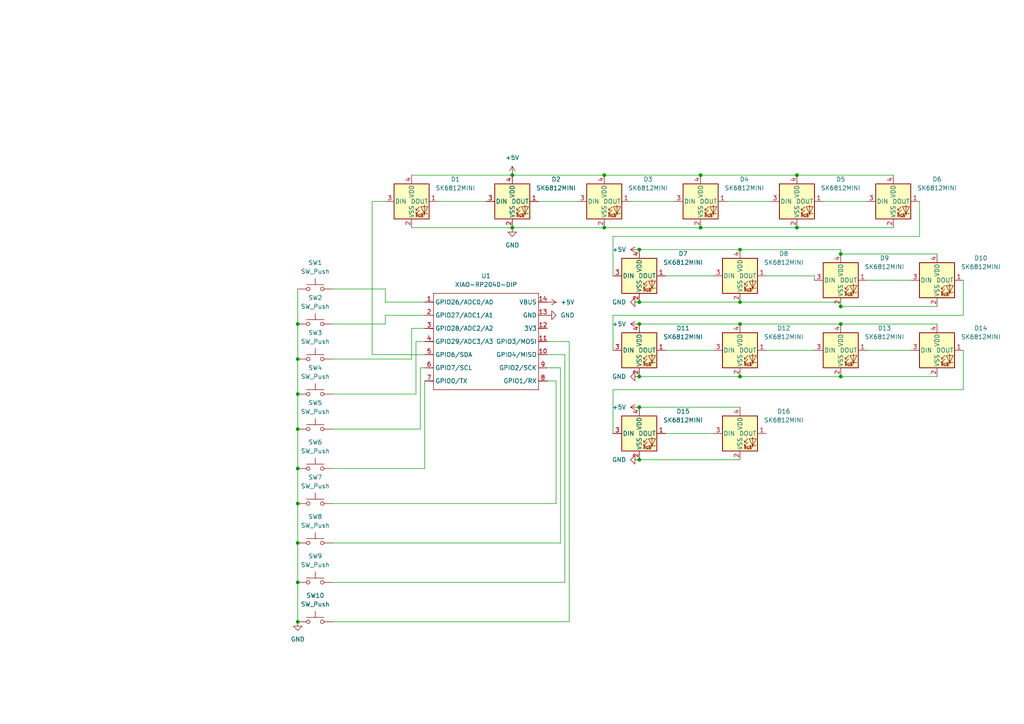
<source format=kicad_sch>
(kicad_sch
	(version 20250114)
	(generator "eeschema")
	(generator_version "9.0")
	(uuid "d33ec3e2-537d-4dc4-b03b-c4e5f5d3f674")
	(paper "A4")
	(lib_symbols
		(symbol "LED:SK6812MINI"
			(pin_names
				(offset 0.254)
			)
			(exclude_from_sim no)
			(in_bom yes)
			(on_board yes)
			(property "Reference" "D"
				(at 5.08 5.715 0)
				(effects
					(font
						(size 1.27 1.27)
					)
					(justify right bottom)
				)
			)
			(property "Value" "SK6812MINI"
				(at 1.27 -5.715 0)
				(effects
					(font
						(size 1.27 1.27)
					)
					(justify left top)
				)
			)
			(property "Footprint" "LED_SMD:LED_SK6812MINI_PLCC4_3.5x3.5mm_P1.75mm"
				(at 1.27 -7.62 0)
				(effects
					(font
						(size 1.27 1.27)
					)
					(justify left top)
					(hide yes)
				)
			)
			(property "Datasheet" "https://cdn-shop.adafruit.com/product-files/2686/SK6812MINI_REV.01-1-2.pdf"
				(at 2.54 -9.525 0)
				(effects
					(font
						(size 1.27 1.27)
					)
					(justify left top)
					(hide yes)
				)
			)
			(property "Description" "RGB LED with integrated controller"
				(at 0 0 0)
				(effects
					(font
						(size 1.27 1.27)
					)
					(hide yes)
				)
			)
			(property "ki_keywords" "RGB LED NeoPixel Mini addressable"
				(at 0 0 0)
				(effects
					(font
						(size 1.27 1.27)
					)
					(hide yes)
				)
			)
			(property "ki_fp_filters" "LED*SK6812MINI*PLCC*3.5x3.5mm*P1.75mm*"
				(at 0 0 0)
				(effects
					(font
						(size 1.27 1.27)
					)
					(hide yes)
				)
			)
			(symbol "SK6812MINI_0_0"
				(text "RGB"
					(at 2.286 -4.191 0)
					(effects
						(font
							(size 0.762 0.762)
						)
					)
				)
			)
			(symbol "SK6812MINI_0_1"
				(polyline
					(pts
						(xy 1.27 -2.54) (xy 1.778 -2.54)
					)
					(stroke
						(width 0)
						(type default)
					)
					(fill
						(type none)
					)
				)
				(polyline
					(pts
						(xy 1.27 -3.556) (xy 1.778 -3.556)
					)
					(stroke
						(width 0)
						(type default)
					)
					(fill
						(type none)
					)
				)
				(polyline
					(pts
						(xy 2.286 -1.524) (xy 1.27 -2.54) (xy 1.27 -2.032)
					)
					(stroke
						(width 0)
						(type default)
					)
					(fill
						(type none)
					)
				)
				(polyline
					(pts
						(xy 2.286 -2.54) (xy 1.27 -3.556) (xy 1.27 -3.048)
					)
					(stroke
						(width 0)
						(type default)
					)
					(fill
						(type none)
					)
				)
				(polyline
					(pts
						(xy 3.683 -1.016) (xy 3.683 -3.556) (xy 3.683 -4.064)
					)
					(stroke
						(width 0)
						(type default)
					)
					(fill
						(type none)
					)
				)
				(polyline
					(pts
						(xy 4.699 -1.524) (xy 2.667 -1.524) (xy 3.683 -3.556) (xy 4.699 -1.524)
					)
					(stroke
						(width 0)
						(type default)
					)
					(fill
						(type none)
					)
				)
				(polyline
					(pts
						(xy 4.699 -3.556) (xy 2.667 -3.556)
					)
					(stroke
						(width 0)
						(type default)
					)
					(fill
						(type none)
					)
				)
				(rectangle
					(start 5.08 5.08)
					(end -5.08 -5.08)
					(stroke
						(width 0.254)
						(type default)
					)
					(fill
						(type background)
					)
				)
			)
			(symbol "SK6812MINI_1_1"
				(pin input line
					(at -7.62 0 0)
					(length 2.54)
					(name "DIN"
						(effects
							(font
								(size 1.27 1.27)
							)
						)
					)
					(number "3"
						(effects
							(font
								(size 1.27 1.27)
							)
						)
					)
				)
				(pin power_in line
					(at 0 7.62 270)
					(length 2.54)
					(name "VDD"
						(effects
							(font
								(size 1.27 1.27)
							)
						)
					)
					(number "4"
						(effects
							(font
								(size 1.27 1.27)
							)
						)
					)
				)
				(pin power_in line
					(at 0 -7.62 90)
					(length 2.54)
					(name "VSS"
						(effects
							(font
								(size 1.27 1.27)
							)
						)
					)
					(number "2"
						(effects
							(font
								(size 1.27 1.27)
							)
						)
					)
				)
				(pin output line
					(at 7.62 0 180)
					(length 2.54)
					(name "DOUT"
						(effects
							(font
								(size 1.27 1.27)
							)
						)
					)
					(number "1"
						(effects
							(font
								(size 1.27 1.27)
							)
						)
					)
				)
			)
			(embedded_fonts no)
		)
		(symbol "OPL Library:XIAO-RP2040-DIP"
			(exclude_from_sim no)
			(in_bom yes)
			(on_board yes)
			(property "Reference" "U"
				(at 0 0 0)
				(effects
					(font
						(size 1.27 1.27)
					)
				)
			)
			(property "Value" "XIAO-RP2040-DIP"
				(at 5.334 -1.778 0)
				(effects
					(font
						(size 1.27 1.27)
					)
				)
			)
			(property "Footprint" "Module:MOUDLE14P-XIAO-DIP-SMD"
				(at 14.478 -32.258 0)
				(effects
					(font
						(size 1.27 1.27)
					)
					(hide yes)
				)
			)
			(property "Datasheet" ""
				(at 0 0 0)
				(effects
					(font
						(size 1.27 1.27)
					)
					(hide yes)
				)
			)
			(property "Description" ""
				(at 0 0 0)
				(effects
					(font
						(size 1.27 1.27)
					)
					(hide yes)
				)
			)
			(symbol "XIAO-RP2040-DIP_1_0"
				(polyline
					(pts
						(xy -1.27 -2.54) (xy 29.21 -2.54)
					)
					(stroke
						(width 0.1524)
						(type solid)
					)
					(fill
						(type none)
					)
				)
				(polyline
					(pts
						(xy -1.27 -5.08) (xy -2.54 -5.08)
					)
					(stroke
						(width 0.1524)
						(type solid)
					)
					(fill
						(type none)
					)
				)
				(polyline
					(pts
						(xy -1.27 -5.08) (xy -1.27 -2.54)
					)
					(stroke
						(width 0.1524)
						(type solid)
					)
					(fill
						(type none)
					)
				)
				(polyline
					(pts
						(xy -1.27 -8.89) (xy -2.54 -8.89)
					)
					(stroke
						(width 0.1524)
						(type solid)
					)
					(fill
						(type none)
					)
				)
				(polyline
					(pts
						(xy -1.27 -8.89) (xy -1.27 -5.08)
					)
					(stroke
						(width 0.1524)
						(type solid)
					)
					(fill
						(type none)
					)
				)
				(polyline
					(pts
						(xy -1.27 -12.7) (xy -2.54 -12.7)
					)
					(stroke
						(width 0.1524)
						(type solid)
					)
					(fill
						(type none)
					)
				)
				(polyline
					(pts
						(xy -1.27 -12.7) (xy -1.27 -8.89)
					)
					(stroke
						(width 0.1524)
						(type solid)
					)
					(fill
						(type none)
					)
				)
				(polyline
					(pts
						(xy -1.27 -16.51) (xy -2.54 -16.51)
					)
					(stroke
						(width 0.1524)
						(type solid)
					)
					(fill
						(type none)
					)
				)
				(polyline
					(pts
						(xy -1.27 -16.51) (xy -1.27 -12.7)
					)
					(stroke
						(width 0.1524)
						(type solid)
					)
					(fill
						(type none)
					)
				)
				(polyline
					(pts
						(xy -1.27 -20.32) (xy -2.54 -20.32)
					)
					(stroke
						(width 0.1524)
						(type solid)
					)
					(fill
						(type none)
					)
				)
				(polyline
					(pts
						(xy -1.27 -24.13) (xy -2.54 -24.13)
					)
					(stroke
						(width 0.1524)
						(type solid)
					)
					(fill
						(type none)
					)
				)
				(polyline
					(pts
						(xy -1.27 -27.94) (xy -2.54 -27.94)
					)
					(stroke
						(width 0.1524)
						(type solid)
					)
					(fill
						(type none)
					)
				)
				(polyline
					(pts
						(xy -1.27 -30.48) (xy -1.27 -16.51)
					)
					(stroke
						(width 0.1524)
						(type solid)
					)
					(fill
						(type none)
					)
				)
				(polyline
					(pts
						(xy 29.21 -2.54) (xy 29.21 -5.08)
					)
					(stroke
						(width 0.1524)
						(type solid)
					)
					(fill
						(type none)
					)
				)
				(polyline
					(pts
						(xy 29.21 -5.08) (xy 29.21 -8.89)
					)
					(stroke
						(width 0.1524)
						(type solid)
					)
					(fill
						(type none)
					)
				)
				(polyline
					(pts
						(xy 29.21 -8.89) (xy 29.21 -12.7)
					)
					(stroke
						(width 0.1524)
						(type solid)
					)
					(fill
						(type none)
					)
				)
				(polyline
					(pts
						(xy 29.21 -12.7) (xy 29.21 -30.48)
					)
					(stroke
						(width 0.1524)
						(type solid)
					)
					(fill
						(type none)
					)
				)
				(polyline
					(pts
						(xy 29.21 -30.48) (xy -1.27 -30.48)
					)
					(stroke
						(width 0.1524)
						(type solid)
					)
					(fill
						(type none)
					)
				)
				(polyline
					(pts
						(xy 30.48 -5.08) (xy 29.21 -5.08)
					)
					(stroke
						(width 0.1524)
						(type solid)
					)
					(fill
						(type none)
					)
				)
				(polyline
					(pts
						(xy 30.48 -8.89) (xy 29.21 -8.89)
					)
					(stroke
						(width 0.1524)
						(type solid)
					)
					(fill
						(type none)
					)
				)
				(polyline
					(pts
						(xy 30.48 -12.7) (xy 29.21 -12.7)
					)
					(stroke
						(width 0.1524)
						(type solid)
					)
					(fill
						(type none)
					)
				)
				(polyline
					(pts
						(xy 30.48 -16.51) (xy 29.21 -16.51)
					)
					(stroke
						(width 0.1524)
						(type solid)
					)
					(fill
						(type none)
					)
				)
				(polyline
					(pts
						(xy 30.48 -20.32) (xy 29.21 -20.32)
					)
					(stroke
						(width 0.1524)
						(type solid)
					)
					(fill
						(type none)
					)
				)
				(polyline
					(pts
						(xy 30.48 -24.13) (xy 29.21 -24.13)
					)
					(stroke
						(width 0.1524)
						(type solid)
					)
					(fill
						(type none)
					)
				)
				(polyline
					(pts
						(xy 30.48 -27.94) (xy 29.21 -27.94)
					)
					(stroke
						(width 0.1524)
						(type solid)
					)
					(fill
						(type none)
					)
				)
				(pin passive line
					(at -3.81 -5.08 0)
					(length 2.54)
					(name "GPIO26/ADC0/A0"
						(effects
							(font
								(size 1.27 1.27)
							)
						)
					)
					(number "1"
						(effects
							(font
								(size 1.27 1.27)
							)
						)
					)
				)
				(pin passive line
					(at -3.81 -8.89 0)
					(length 2.54)
					(name "GPIO27/ADC1/A1"
						(effects
							(font
								(size 1.27 1.27)
							)
						)
					)
					(number "2"
						(effects
							(font
								(size 1.27 1.27)
							)
						)
					)
				)
				(pin passive line
					(at -3.81 -12.7 0)
					(length 2.54)
					(name "GPIO28/ADC2/A2"
						(effects
							(font
								(size 1.27 1.27)
							)
						)
					)
					(number "3"
						(effects
							(font
								(size 1.27 1.27)
							)
						)
					)
				)
				(pin passive line
					(at -3.81 -16.51 0)
					(length 2.54)
					(name "GPIO29/ADC3/A3"
						(effects
							(font
								(size 1.27 1.27)
							)
						)
					)
					(number "4"
						(effects
							(font
								(size 1.27 1.27)
							)
						)
					)
				)
				(pin passive line
					(at -3.81 -20.32 0)
					(length 2.54)
					(name "GPIO6/SDA"
						(effects
							(font
								(size 1.27 1.27)
							)
						)
					)
					(number "5"
						(effects
							(font
								(size 1.27 1.27)
							)
						)
					)
				)
				(pin passive line
					(at -3.81 -24.13 0)
					(length 2.54)
					(name "GPIO7/SCL"
						(effects
							(font
								(size 1.27 1.27)
							)
						)
					)
					(number "6"
						(effects
							(font
								(size 1.27 1.27)
							)
						)
					)
				)
				(pin passive line
					(at -3.81 -27.94 0)
					(length 2.54)
					(name "GPIO0/TX"
						(effects
							(font
								(size 1.27 1.27)
							)
						)
					)
					(number "7"
						(effects
							(font
								(size 1.27 1.27)
							)
						)
					)
				)
				(pin passive line
					(at 31.75 -5.08 180)
					(length 2.54)
					(name "VBUS"
						(effects
							(font
								(size 1.27 1.27)
							)
						)
					)
					(number "14"
						(effects
							(font
								(size 1.27 1.27)
							)
						)
					)
				)
				(pin passive line
					(at 31.75 -8.89 180)
					(length 2.54)
					(name "GND"
						(effects
							(font
								(size 1.27 1.27)
							)
						)
					)
					(number "13"
						(effects
							(font
								(size 1.27 1.27)
							)
						)
					)
				)
				(pin passive line
					(at 31.75 -12.7 180)
					(length 2.54)
					(name "3V3"
						(effects
							(font
								(size 1.27 1.27)
							)
						)
					)
					(number "12"
						(effects
							(font
								(size 1.27 1.27)
							)
						)
					)
				)
				(pin passive line
					(at 31.75 -16.51 180)
					(length 2.54)
					(name "GPIO3/MOSI"
						(effects
							(font
								(size 1.27 1.27)
							)
						)
					)
					(number "11"
						(effects
							(font
								(size 1.27 1.27)
							)
						)
					)
				)
				(pin passive line
					(at 31.75 -20.32 180)
					(length 2.54)
					(name "GPIO4/MISO"
						(effects
							(font
								(size 1.27 1.27)
							)
						)
					)
					(number "10"
						(effects
							(font
								(size 1.27 1.27)
							)
						)
					)
				)
				(pin passive line
					(at 31.75 -24.13 180)
					(length 2.54)
					(name "GPIO2/SCK"
						(effects
							(font
								(size 1.27 1.27)
							)
						)
					)
					(number "9"
						(effects
							(font
								(size 1.27 1.27)
							)
						)
					)
				)
				(pin passive line
					(at 31.75 -27.94 180)
					(length 2.54)
					(name "GPIO1/RX"
						(effects
							(font
								(size 1.27 1.27)
							)
						)
					)
					(number "8"
						(effects
							(font
								(size 1.27 1.27)
							)
						)
					)
				)
			)
			(embedded_fonts no)
		)
		(symbol "Switch:SW_Push"
			(pin_numbers
				(hide yes)
			)
			(pin_names
				(offset 1.016)
				(hide yes)
			)
			(exclude_from_sim no)
			(in_bom yes)
			(on_board yes)
			(property "Reference" "SW"
				(at 1.27 2.54 0)
				(effects
					(font
						(size 1.27 1.27)
					)
					(justify left)
				)
			)
			(property "Value" "SW_Push"
				(at 0 -1.524 0)
				(effects
					(font
						(size 1.27 1.27)
					)
				)
			)
			(property "Footprint" ""
				(at 0 5.08 0)
				(effects
					(font
						(size 1.27 1.27)
					)
					(hide yes)
				)
			)
			(property "Datasheet" "~"
				(at 0 5.08 0)
				(effects
					(font
						(size 1.27 1.27)
					)
					(hide yes)
				)
			)
			(property "Description" "Push button switch, generic, two pins"
				(at 0 0 0)
				(effects
					(font
						(size 1.27 1.27)
					)
					(hide yes)
				)
			)
			(property "ki_keywords" "switch normally-open pushbutton push-button"
				(at 0 0 0)
				(effects
					(font
						(size 1.27 1.27)
					)
					(hide yes)
				)
			)
			(symbol "SW_Push_0_1"
				(circle
					(center -2.032 0)
					(radius 0.508)
					(stroke
						(width 0)
						(type default)
					)
					(fill
						(type none)
					)
				)
				(polyline
					(pts
						(xy 0 1.27) (xy 0 3.048)
					)
					(stroke
						(width 0)
						(type default)
					)
					(fill
						(type none)
					)
				)
				(circle
					(center 2.032 0)
					(radius 0.508)
					(stroke
						(width 0)
						(type default)
					)
					(fill
						(type none)
					)
				)
				(polyline
					(pts
						(xy 2.54 1.27) (xy -2.54 1.27)
					)
					(stroke
						(width 0)
						(type default)
					)
					(fill
						(type none)
					)
				)
				(pin passive line
					(at -5.08 0 0)
					(length 2.54)
					(name "1"
						(effects
							(font
								(size 1.27 1.27)
							)
						)
					)
					(number "1"
						(effects
							(font
								(size 1.27 1.27)
							)
						)
					)
				)
				(pin passive line
					(at 5.08 0 180)
					(length 2.54)
					(name "2"
						(effects
							(font
								(size 1.27 1.27)
							)
						)
					)
					(number "2"
						(effects
							(font
								(size 1.27 1.27)
							)
						)
					)
				)
			)
			(embedded_fonts no)
		)
		(symbol "power:+5V"
			(power)
			(pin_numbers
				(hide yes)
			)
			(pin_names
				(offset 0)
				(hide yes)
			)
			(exclude_from_sim no)
			(in_bom yes)
			(on_board yes)
			(property "Reference" "#PWR"
				(at 0 -3.81 0)
				(effects
					(font
						(size 1.27 1.27)
					)
					(hide yes)
				)
			)
			(property "Value" "+5V"
				(at 0 3.556 0)
				(effects
					(font
						(size 1.27 1.27)
					)
				)
			)
			(property "Footprint" ""
				(at 0 0 0)
				(effects
					(font
						(size 1.27 1.27)
					)
					(hide yes)
				)
			)
			(property "Datasheet" ""
				(at 0 0 0)
				(effects
					(font
						(size 1.27 1.27)
					)
					(hide yes)
				)
			)
			(property "Description" "Power symbol creates a global label with name \"+5V\""
				(at 0 0 0)
				(effects
					(font
						(size 1.27 1.27)
					)
					(hide yes)
				)
			)
			(property "ki_keywords" "global power"
				(at 0 0 0)
				(effects
					(font
						(size 1.27 1.27)
					)
					(hide yes)
				)
			)
			(symbol "+5V_0_1"
				(polyline
					(pts
						(xy -0.762 1.27) (xy 0 2.54)
					)
					(stroke
						(width 0)
						(type default)
					)
					(fill
						(type none)
					)
				)
				(polyline
					(pts
						(xy 0 2.54) (xy 0.762 1.27)
					)
					(stroke
						(width 0)
						(type default)
					)
					(fill
						(type none)
					)
				)
				(polyline
					(pts
						(xy 0 0) (xy 0 2.54)
					)
					(stroke
						(width 0)
						(type default)
					)
					(fill
						(type none)
					)
				)
			)
			(symbol "+5V_1_1"
				(pin power_in line
					(at 0 0 90)
					(length 0)
					(name "~"
						(effects
							(font
								(size 1.27 1.27)
							)
						)
					)
					(number "1"
						(effects
							(font
								(size 1.27 1.27)
							)
						)
					)
				)
			)
			(embedded_fonts no)
		)
		(symbol "power:GND"
			(power)
			(pin_numbers
				(hide yes)
			)
			(pin_names
				(offset 0)
				(hide yes)
			)
			(exclude_from_sim no)
			(in_bom yes)
			(on_board yes)
			(property "Reference" "#PWR"
				(at 0 -6.35 0)
				(effects
					(font
						(size 1.27 1.27)
					)
					(hide yes)
				)
			)
			(property "Value" "GND"
				(at 0 -3.81 0)
				(effects
					(font
						(size 1.27 1.27)
					)
				)
			)
			(property "Footprint" ""
				(at 0 0 0)
				(effects
					(font
						(size 1.27 1.27)
					)
					(hide yes)
				)
			)
			(property "Datasheet" ""
				(at 0 0 0)
				(effects
					(font
						(size 1.27 1.27)
					)
					(hide yes)
				)
			)
			(property "Description" "Power symbol creates a global label with name \"GND\" , ground"
				(at 0 0 0)
				(effects
					(font
						(size 1.27 1.27)
					)
					(hide yes)
				)
			)
			(property "ki_keywords" "global power"
				(at 0 0 0)
				(effects
					(font
						(size 1.27 1.27)
					)
					(hide yes)
				)
			)
			(symbol "GND_0_1"
				(polyline
					(pts
						(xy 0 0) (xy 0 -1.27) (xy 1.27 -1.27) (xy 0 -2.54) (xy -1.27 -1.27) (xy 0 -1.27)
					)
					(stroke
						(width 0)
						(type default)
					)
					(fill
						(type none)
					)
				)
			)
			(symbol "GND_1_1"
				(pin power_in line
					(at 0 0 270)
					(length 0)
					(name "~"
						(effects
							(font
								(size 1.27 1.27)
							)
						)
					)
					(number "1"
						(effects
							(font
								(size 1.27 1.27)
							)
						)
					)
				)
			)
			(embedded_fonts no)
		)
	)
	(junction
		(at 148.59 66.04)
		(diameter 0)
		(color 0 0 0 0)
		(uuid "04da737a-6de4-47eb-b990-17838e39753c")
	)
	(junction
		(at 86.36 180.34)
		(diameter 0)
		(color 0 0 0 0)
		(uuid "057921b1-a2a7-40c0-8ab4-09e00719fd69")
	)
	(junction
		(at 243.84 88.9)
		(diameter 0)
		(color 0 0 0 0)
		(uuid "0a07e8c3-b02d-4592-84d3-eedb411b4336")
	)
	(junction
		(at 86.36 135.89)
		(diameter 0)
		(color 0 0 0 0)
		(uuid "0c76e754-a623-4ec9-b16a-73ddd3157d67")
	)
	(junction
		(at 214.63 109.22)
		(diameter 0)
		(color 0 0 0 0)
		(uuid "0f365efd-7c99-4b44-b30f-bf425536efe1")
	)
	(junction
		(at 243.84 109.22)
		(diameter 0)
		(color 0 0 0 0)
		(uuid "1136679b-eabe-4a70-8a7a-8d1d5822011b")
	)
	(junction
		(at 148.59 50.8)
		(diameter 0)
		(color 0 0 0 0)
		(uuid "13f337c9-4e83-406a-a86e-3ea73c234068")
	)
	(junction
		(at 185.42 118.11)
		(diameter 0)
		(color 0 0 0 0)
		(uuid "22bedfe3-25f6-4e33-ab89-d403f0ebb279")
	)
	(junction
		(at 86.36 146.05)
		(diameter 0)
		(color 0 0 0 0)
		(uuid "241e7fb7-b715-471d-8194-11279ba1c18a")
	)
	(junction
		(at 86.36 168.91)
		(diameter 0)
		(color 0 0 0 0)
		(uuid "24d8bbbe-ecd3-4355-96b5-785070a3ed76")
	)
	(junction
		(at 231.14 50.8)
		(diameter 0)
		(color 0 0 0 0)
		(uuid "25b55151-42aa-44c8-9b6f-e2cab138b6fe")
	)
	(junction
		(at 231.14 66.04)
		(diameter 0)
		(color 0 0 0 0)
		(uuid "291499e4-6866-46f8-bc01-a6fedad5b272")
	)
	(junction
		(at 185.42 109.22)
		(diameter 0)
		(color 0 0 0 0)
		(uuid "2a516266-911d-493e-af04-97ca9388487e")
	)
	(junction
		(at 203.2 50.8)
		(diameter 0)
		(color 0 0 0 0)
		(uuid "2d47a172-4161-422e-9229-5f7c8c2d8c0d")
	)
	(junction
		(at 175.26 50.8)
		(diameter 0)
		(color 0 0 0 0)
		(uuid "35ebd01c-e4fb-4096-983a-5a07448240be")
	)
	(junction
		(at 214.63 87.63)
		(diameter 0)
		(color 0 0 0 0)
		(uuid "73a7806c-7c1e-4880-8273-b3337ae76770")
	)
	(junction
		(at 214.63 72.39)
		(diameter 0)
		(color 0 0 0 0)
		(uuid "73a89adb-6d03-487c-a877-7f0d9151bd7e")
	)
	(junction
		(at 185.42 133.35)
		(diameter 0)
		(color 0 0 0 0)
		(uuid "7868f643-b9a5-420a-bcf3-0ac0631b7700")
	)
	(junction
		(at 185.42 72.39)
		(diameter 0)
		(color 0 0 0 0)
		(uuid "834e8779-0203-43e3-8a73-bf5f9f1bf66c")
	)
	(junction
		(at 243.84 73.66)
		(diameter 0)
		(color 0 0 0 0)
		(uuid "95bf6a45-611b-48ee-a1f3-043d509aafc0")
	)
	(junction
		(at 86.36 93.98)
		(diameter 0)
		(color 0 0 0 0)
		(uuid "9c1ad13d-ef31-4a2d-a381-6f56d4936c36")
	)
	(junction
		(at 243.84 93.98)
		(diameter 0)
		(color 0 0 0 0)
		(uuid "b2ff8db9-2854-40db-acae-4373b1ad26f9")
	)
	(junction
		(at 86.36 104.14)
		(diameter 0)
		(color 0 0 0 0)
		(uuid "ce6af912-6bea-4a96-a4fa-bbc6e3cfe12e")
	)
	(junction
		(at 185.42 93.98)
		(diameter 0)
		(color 0 0 0 0)
		(uuid "d32c6e20-c55f-4475-bb11-7b7576ed51d1")
	)
	(junction
		(at 214.63 93.98)
		(diameter 0)
		(color 0 0 0 0)
		(uuid "dace9895-c1b5-47a3-a043-8b6322e1c6d4")
	)
	(junction
		(at 203.2 66.04)
		(diameter 0)
		(color 0 0 0 0)
		(uuid "e1d32591-cf78-4041-92fa-dcc90d55a57d")
	)
	(junction
		(at 86.36 124.46)
		(diameter 0)
		(color 0 0 0 0)
		(uuid "e52502cc-d6fc-45cd-a139-666a4717b46a")
	)
	(junction
		(at 86.36 157.48)
		(diameter 0)
		(color 0 0 0 0)
		(uuid "e91302fe-8228-4b74-97f8-5862b2487bbd")
	)
	(junction
		(at 175.26 66.04)
		(diameter 0)
		(color 0 0 0 0)
		(uuid "efb5bfc9-9938-4993-ae80-96f2da6531bb")
	)
	(junction
		(at 86.36 114.3)
		(diameter 0)
		(color 0 0 0 0)
		(uuid "f91e72c0-4fab-4b43-a09f-698e4decb1c7")
	)
	(junction
		(at 185.42 87.63)
		(diameter 0)
		(color 0 0 0 0)
		(uuid "fd6e1fd0-d842-4438-ac37-b6a12b05a161")
	)
	(wire
		(pts
			(xy 175.26 50.8) (xy 203.2 50.8)
		)
		(stroke
			(width 0)
			(type default)
		)
		(uuid "001a8df0-7354-4971-b521-6e647a59119f")
	)
	(wire
		(pts
			(xy 148.59 50.8) (xy 175.26 50.8)
		)
		(stroke
			(width 0)
			(type default)
		)
		(uuid "086788d3-637d-4278-8aa1-274bb315abf6")
	)
	(wire
		(pts
			(xy 119.38 104.14) (xy 96.52 104.14)
		)
		(stroke
			(width 0)
			(type default)
		)
		(uuid "08bfa8f0-7a8d-4c4a-99e4-2544c74a57ac")
	)
	(wire
		(pts
			(xy 222.25 101.6) (xy 236.22 101.6)
		)
		(stroke
			(width 0)
			(type default)
		)
		(uuid "0ea9330c-08a3-4396-a5c8-70b3286c6031")
	)
	(wire
		(pts
			(xy 177.8 68.58) (xy 177.8 80.01)
		)
		(stroke
			(width 0)
			(type default)
		)
		(uuid "191912ce-be73-4d5f-98a3-034b099fa0a2")
	)
	(wire
		(pts
			(xy 119.38 66.04) (xy 148.59 66.04)
		)
		(stroke
			(width 0)
			(type default)
		)
		(uuid "1dfe4749-a88a-4a03-9d06-f6cc8bf06a26")
	)
	(wire
		(pts
			(xy 231.14 66.04) (xy 259.08 66.04)
		)
		(stroke
			(width 0)
			(type default)
		)
		(uuid "21ad6410-6bfc-4431-9628-b319b1a3e594")
	)
	(wire
		(pts
			(xy 185.42 133.35) (xy 214.63 133.35)
		)
		(stroke
			(width 0)
			(type default)
		)
		(uuid "22313cfe-7ecb-4b05-9ec3-db9919ef6e46")
	)
	(wire
		(pts
			(xy 165.1 99.06) (xy 165.1 180.34)
		)
		(stroke
			(width 0)
			(type default)
		)
		(uuid "237e0da2-4f82-40a4-bd15-8a21d4fd3e80")
	)
	(wire
		(pts
			(xy 251.46 101.6) (xy 264.16 101.6)
		)
		(stroke
			(width 0)
			(type default)
		)
		(uuid "274c9ca3-0b32-4c8b-bf94-3ba4a2f313f0")
	)
	(wire
		(pts
			(xy 161.29 146.05) (xy 96.52 146.05)
		)
		(stroke
			(width 0)
			(type default)
		)
		(uuid "292f0e5a-36cc-4ec7-b1eb-51a55d328cc4")
	)
	(wire
		(pts
			(xy 123.19 106.68) (xy 121.92 106.68)
		)
		(stroke
			(width 0)
			(type default)
		)
		(uuid "2ab4beff-7519-4e77-acab-af73c061052d")
	)
	(wire
		(pts
			(xy 86.36 124.46) (xy 86.36 135.89)
		)
		(stroke
			(width 0)
			(type default)
		)
		(uuid "32a7e9cb-1ca6-462b-a864-cb70ba51b58d")
	)
	(wire
		(pts
			(xy 185.42 118.11) (xy 214.63 118.11)
		)
		(stroke
			(width 0)
			(type default)
		)
		(uuid "33cd31ea-548d-4fe3-bf08-f38028b800bd")
	)
	(wire
		(pts
			(xy 86.36 104.14) (xy 86.36 114.3)
		)
		(stroke
			(width 0)
			(type default)
		)
		(uuid "348dc228-9434-4072-8a24-9c6558d10d8e")
	)
	(wire
		(pts
			(xy 203.2 50.8) (xy 231.14 50.8)
		)
		(stroke
			(width 0)
			(type default)
		)
		(uuid "3515eda5-cfbd-40e7-b898-7d7f0bf72f15")
	)
	(wire
		(pts
			(xy 123.19 87.63) (xy 111.76 87.63)
		)
		(stroke
			(width 0)
			(type default)
		)
		(uuid "3750db43-945a-4242-8acb-d58f83e5e4ba")
	)
	(wire
		(pts
			(xy 158.75 106.68) (xy 162.56 106.68)
		)
		(stroke
			(width 0)
			(type default)
		)
		(uuid "39dc1482-3971-4945-bafa-e7ed40d7825d")
	)
	(wire
		(pts
			(xy 266.7 58.42) (xy 266.7 68.58)
		)
		(stroke
			(width 0)
			(type default)
		)
		(uuid "3b35c58d-1f2c-4e5a-aae1-d1c4dd360a3a")
	)
	(wire
		(pts
			(xy 251.46 81.28) (xy 264.16 81.28)
		)
		(stroke
			(width 0)
			(type default)
		)
		(uuid "3c59c4bf-64c7-4333-a2ce-3f82fe90815f")
	)
	(wire
		(pts
			(xy 121.92 106.68) (xy 121.92 124.46)
		)
		(stroke
			(width 0)
			(type default)
		)
		(uuid "3f2d53d1-3b8a-4cb1-b5ed-15976ec9bdb9")
	)
	(wire
		(pts
			(xy 161.29 110.49) (xy 161.29 146.05)
		)
		(stroke
			(width 0)
			(type default)
		)
		(uuid "41209fdc-f65a-4a9d-b1bc-a8dfa1882ebe")
	)
	(wire
		(pts
			(xy 86.36 93.98) (xy 86.36 104.14)
		)
		(stroke
			(width 0)
			(type default)
		)
		(uuid "471f7e9e-129f-4a48-95fc-a1287792ae07")
	)
	(wire
		(pts
			(xy 86.36 146.05) (xy 86.36 157.48)
		)
		(stroke
			(width 0)
			(type default)
		)
		(uuid "493bf50a-fd0a-4995-ad44-9e72cb696d60")
	)
	(wire
		(pts
			(xy 107.95 102.87) (xy 107.95 58.42)
		)
		(stroke
			(width 0)
			(type default)
		)
		(uuid "4e05d3ef-f0a2-4209-b908-4a1f2521e7af")
	)
	(wire
		(pts
			(xy 86.36 83.82) (xy 86.36 93.98)
		)
		(stroke
			(width 0)
			(type default)
		)
		(uuid "4e8e4357-6ea6-47ae-abe4-b1431adb2343")
	)
	(wire
		(pts
			(xy 243.84 93.98) (xy 271.78 93.98)
		)
		(stroke
			(width 0)
			(type default)
		)
		(uuid "4f2c31ed-e112-4cf9-98e7-7b53ba5c995b")
	)
	(wire
		(pts
			(xy 123.19 135.89) (xy 96.52 135.89)
		)
		(stroke
			(width 0)
			(type default)
		)
		(uuid "51f53122-b9db-405a-8aea-f71828d26e25")
	)
	(wire
		(pts
			(xy 111.76 87.63) (xy 111.76 83.82)
		)
		(stroke
			(width 0)
			(type default)
		)
		(uuid "55cd26b1-c8d7-4905-9096-73b7e9e5c85f")
	)
	(wire
		(pts
			(xy 165.1 180.34) (xy 96.52 180.34)
		)
		(stroke
			(width 0)
			(type default)
		)
		(uuid "5612b1d4-8fe8-4de0-88e5-a99a4337d018")
	)
	(wire
		(pts
			(xy 123.19 91.44) (xy 111.76 91.44)
		)
		(stroke
			(width 0)
			(type default)
		)
		(uuid "59adab6b-778f-41be-8b26-7d3bcb84075d")
	)
	(wire
		(pts
			(xy 243.84 88.9) (xy 271.78 88.9)
		)
		(stroke
			(width 0)
			(type default)
		)
		(uuid "5d818e80-9db5-49bf-9ad5-ad21adefaac9")
	)
	(wire
		(pts
			(xy 119.38 95.25) (xy 119.38 104.14)
		)
		(stroke
			(width 0)
			(type default)
		)
		(uuid "65bf335d-ee32-4d55-9b3a-0647bbbacb0a")
	)
	(wire
		(pts
			(xy 243.84 73.66) (xy 271.78 73.66)
		)
		(stroke
			(width 0)
			(type default)
		)
		(uuid "675fc911-faac-4f57-af00-7945104bfef2")
	)
	(wire
		(pts
			(xy 175.26 66.04) (xy 203.2 66.04)
		)
		(stroke
			(width 0)
			(type default)
		)
		(uuid "6f6d66fe-d2aa-43e3-9613-034015d7ab97")
	)
	(wire
		(pts
			(xy 107.95 58.42) (xy 111.76 58.42)
		)
		(stroke
			(width 0)
			(type default)
		)
		(uuid "6fbb5847-2f7d-421b-ab71-179e21b1b527")
	)
	(wire
		(pts
			(xy 86.36 135.89) (xy 86.36 146.05)
		)
		(stroke
			(width 0)
			(type default)
		)
		(uuid "729a4224-78a7-473d-b522-1d750e5f6238")
	)
	(wire
		(pts
			(xy 185.42 72.39) (xy 214.63 72.39)
		)
		(stroke
			(width 0)
			(type default)
		)
		(uuid "76e99c6a-fb52-4374-bc3d-2693ec28ab3c")
	)
	(wire
		(pts
			(xy 279.4 113.03) (xy 177.8 113.03)
		)
		(stroke
			(width 0)
			(type default)
		)
		(uuid "77aaea87-9621-4f17-962a-f34c96e3297a")
	)
	(wire
		(pts
			(xy 111.76 93.98) (xy 96.52 93.98)
		)
		(stroke
			(width 0)
			(type default)
		)
		(uuid "793d43b3-d9e0-4053-8028-eaa58511e827")
	)
	(wire
		(pts
			(xy 203.2 66.04) (xy 231.14 66.04)
		)
		(stroke
			(width 0)
			(type default)
		)
		(uuid "7da8d597-a859-43e8-acd3-de205a3a8325")
	)
	(wire
		(pts
			(xy 214.63 87.63) (xy 243.84 87.63)
		)
		(stroke
			(width 0)
			(type default)
		)
		(uuid "81df0fbc-0d70-42ab-8ceb-b9a930aadf03")
	)
	(wire
		(pts
			(xy 243.84 72.39) (xy 243.84 73.66)
		)
		(stroke
			(width 0)
			(type default)
		)
		(uuid "85fb2926-686a-44bb-9ce5-48d04842ead6")
	)
	(wire
		(pts
			(xy 222.25 80.01) (xy 236.22 80.01)
		)
		(stroke
			(width 0)
			(type default)
		)
		(uuid "8c0e39c3-55fe-4c13-8945-56f9638b2ccc")
	)
	(wire
		(pts
			(xy 119.38 50.8) (xy 148.59 50.8)
		)
		(stroke
			(width 0)
			(type default)
		)
		(uuid "8e853ff2-7093-4b78-83ba-6a3b34b4462d")
	)
	(wire
		(pts
			(xy 121.92 124.46) (xy 96.52 124.46)
		)
		(stroke
			(width 0)
			(type default)
		)
		(uuid "90b93462-0520-43f5-9fbe-eab5af9b31e4")
	)
	(wire
		(pts
			(xy 163.83 168.91) (xy 96.52 168.91)
		)
		(stroke
			(width 0)
			(type default)
		)
		(uuid "94b5cd1b-3e11-4566-a8e3-06b4a8d4e79b")
	)
	(wire
		(pts
			(xy 123.19 102.87) (xy 107.95 102.87)
		)
		(stroke
			(width 0)
			(type default)
		)
		(uuid "97c7fc32-a1d8-4067-a3e2-394232e61564")
	)
	(wire
		(pts
			(xy 214.63 93.98) (xy 243.84 93.98)
		)
		(stroke
			(width 0)
			(type default)
		)
		(uuid "9a93d99c-1fc0-4e09-bf7f-b1309a186ff2")
	)
	(wire
		(pts
			(xy 182.88 58.42) (xy 195.58 58.42)
		)
		(stroke
			(width 0)
			(type default)
		)
		(uuid "9d91e4ec-92e1-4b2c-870e-3210f4315d3e")
	)
	(wire
		(pts
			(xy 162.56 157.48) (xy 96.52 157.48)
		)
		(stroke
			(width 0)
			(type default)
		)
		(uuid "a59aaf71-05f5-40dd-9855-7d94640bcc3f")
	)
	(wire
		(pts
			(xy 111.76 91.44) (xy 111.76 93.98)
		)
		(stroke
			(width 0)
			(type default)
		)
		(uuid "a74ac42e-c8d7-4c5c-b183-11de5360c309")
	)
	(wire
		(pts
			(xy 193.04 125.73) (xy 207.01 125.73)
		)
		(stroke
			(width 0)
			(type default)
		)
		(uuid "acec4f1a-2dca-4320-9108-fd03b5b9bbcb")
	)
	(wire
		(pts
			(xy 120.65 114.3) (xy 96.52 114.3)
		)
		(stroke
			(width 0)
			(type default)
		)
		(uuid "ae9d8121-bfae-4f5f-9b8d-37b032799f4f")
	)
	(wire
		(pts
			(xy 243.84 109.22) (xy 271.78 109.22)
		)
		(stroke
			(width 0)
			(type default)
		)
		(uuid "b1ddbe22-5264-43f9-8f70-928a0ea85891")
	)
	(wire
		(pts
			(xy 123.19 99.06) (xy 120.65 99.06)
		)
		(stroke
			(width 0)
			(type default)
		)
		(uuid "b6cbb93f-7877-4ba9-97ef-747898e2e8ae")
	)
	(wire
		(pts
			(xy 120.65 99.06) (xy 120.65 114.3)
		)
		(stroke
			(width 0)
			(type default)
		)
		(uuid "b83cc59b-6575-40fe-8dc3-6f5f2fd555c1")
	)
	(wire
		(pts
			(xy 214.63 72.39) (xy 243.84 72.39)
		)
		(stroke
			(width 0)
			(type default)
		)
		(uuid "bb039851-82a9-442d-82a6-12ff9e19a522")
	)
	(wire
		(pts
			(xy 214.63 109.22) (xy 243.84 109.22)
		)
		(stroke
			(width 0)
			(type default)
		)
		(uuid "bc74c624-fcda-4914-ab92-91fe16b4f9eb")
	)
	(wire
		(pts
			(xy 231.14 50.8) (xy 259.08 50.8)
		)
		(stroke
			(width 0)
			(type default)
		)
		(uuid "be24a821-d989-4434-bc9a-45d5ebca147d")
	)
	(wire
		(pts
			(xy 86.36 168.91) (xy 86.36 180.34)
		)
		(stroke
			(width 0)
			(type default)
		)
		(uuid "be5aa0be-5e9d-4bcf-b407-5a5564950589")
	)
	(wire
		(pts
			(xy 158.75 99.06) (xy 165.1 99.06)
		)
		(stroke
			(width 0)
			(type default)
		)
		(uuid "bfc2958b-83f9-42f4-a932-6f31308836dc")
	)
	(wire
		(pts
			(xy 193.04 101.6) (xy 207.01 101.6)
		)
		(stroke
			(width 0)
			(type default)
		)
		(uuid "c70168e0-bf13-4b30-b26e-b681e3304197")
	)
	(wire
		(pts
			(xy 148.59 66.04) (xy 175.26 66.04)
		)
		(stroke
			(width 0)
			(type default)
		)
		(uuid "c7dff5f2-fc14-49e2-9eb5-0e6221eef57a")
	)
	(wire
		(pts
			(xy 279.4 101.6) (xy 279.4 113.03)
		)
		(stroke
			(width 0)
			(type default)
		)
		(uuid "cf374928-7e82-42e8-9185-a32df54b0d8c")
	)
	(wire
		(pts
			(xy 238.76 58.42) (xy 251.46 58.42)
		)
		(stroke
			(width 0)
			(type default)
		)
		(uuid "d1c8c4cd-46a8-4a23-9eb8-aa0ec8b45ea4")
	)
	(wire
		(pts
			(xy 185.42 93.98) (xy 214.63 93.98)
		)
		(stroke
			(width 0)
			(type default)
		)
		(uuid "d349e44c-cb8c-46c1-9fc2-84e1236eed2d")
	)
	(wire
		(pts
			(xy 158.75 110.49) (xy 161.29 110.49)
		)
		(stroke
			(width 0)
			(type default)
		)
		(uuid "d41fed3e-2f8c-47a5-8541-b99288fca32d")
	)
	(wire
		(pts
			(xy 279.4 81.28) (xy 279.4 91.44)
		)
		(stroke
			(width 0)
			(type default)
		)
		(uuid "d9b080af-4673-48c3-a249-3a824f38689f")
	)
	(wire
		(pts
			(xy 193.04 80.01) (xy 207.01 80.01)
		)
		(stroke
			(width 0)
			(type default)
		)
		(uuid "dd4a5039-d540-4e83-9204-861bafb8d9eb")
	)
	(wire
		(pts
			(xy 163.83 102.87) (xy 163.83 168.91)
		)
		(stroke
			(width 0)
			(type default)
		)
		(uuid "dd75a99d-fa36-4d52-92d3-104d21f101e6")
	)
	(wire
		(pts
			(xy 266.7 68.58) (xy 177.8 68.58)
		)
		(stroke
			(width 0)
			(type default)
		)
		(uuid "de81a97c-c5f7-4cb2-a54b-b06b1d18955a")
	)
	(wire
		(pts
			(xy 86.36 114.3) (xy 86.36 124.46)
		)
		(stroke
			(width 0)
			(type default)
		)
		(uuid "dff2d878-00bf-4ceb-976b-f2d7d447ff80")
	)
	(wire
		(pts
			(xy 279.4 91.44) (xy 177.8 91.44)
		)
		(stroke
			(width 0)
			(type default)
		)
		(uuid "e2c5b0f0-09ae-442d-a5fc-0d4892da5b79")
	)
	(wire
		(pts
			(xy 158.75 102.87) (xy 163.83 102.87)
		)
		(stroke
			(width 0)
			(type default)
		)
		(uuid "e492ecb9-3e43-4f42-9aed-e7f09628e607")
	)
	(wire
		(pts
			(xy 177.8 113.03) (xy 177.8 125.73)
		)
		(stroke
			(width 0)
			(type default)
		)
		(uuid "e4b92ef8-067a-4364-9970-43907e0206f0")
	)
	(wire
		(pts
			(xy 185.42 87.63) (xy 214.63 87.63)
		)
		(stroke
			(width 0)
			(type default)
		)
		(uuid "e71b206d-da6e-4d0d-aa30-5dd9710d81e1")
	)
	(wire
		(pts
			(xy 177.8 91.44) (xy 177.8 101.6)
		)
		(stroke
			(width 0)
			(type default)
		)
		(uuid "e7574db2-55cf-48d5-a432-b3cbe7e2b7c7")
	)
	(wire
		(pts
			(xy 236.22 80.01) (xy 236.22 81.28)
		)
		(stroke
			(width 0)
			(type default)
		)
		(uuid "eba559f3-2c61-4c9c-a588-caa25963b8f2")
	)
	(wire
		(pts
			(xy 123.19 110.49) (xy 123.19 135.89)
		)
		(stroke
			(width 0)
			(type default)
		)
		(uuid "ec3993ba-59b1-4d6d-b42a-aed8422c987e")
	)
	(wire
		(pts
			(xy 210.82 58.42) (xy 223.52 58.42)
		)
		(stroke
			(width 0)
			(type default)
		)
		(uuid "ee855e91-ac13-4d48-ad68-f07218c20ae7")
	)
	(wire
		(pts
			(xy 86.36 157.48) (xy 86.36 168.91)
		)
		(stroke
			(width 0)
			(type default)
		)
		(uuid "f17b3141-c4ca-413b-a6dd-672163bf396a")
	)
	(wire
		(pts
			(xy 243.84 87.63) (xy 243.84 88.9)
		)
		(stroke
			(width 0)
			(type default)
		)
		(uuid "f3428358-5ecd-40c8-b2b7-ad04361123f2")
	)
	(wire
		(pts
			(xy 156.21 58.42) (xy 167.64 58.42)
		)
		(stroke
			(width 0)
			(type default)
		)
		(uuid "f398f232-87d8-415c-86d6-ba9038c72e86")
	)
	(wire
		(pts
			(xy 111.76 83.82) (xy 96.52 83.82)
		)
		(stroke
			(width 0)
			(type default)
		)
		(uuid "f65d2d34-dee3-4090-8796-86561fcc7ac3")
	)
	(wire
		(pts
			(xy 123.19 95.25) (xy 119.38 95.25)
		)
		(stroke
			(width 0)
			(type default)
		)
		(uuid "f7b2bab6-ec81-4cf6-87cc-6fff6f5a0b92")
	)
	(wire
		(pts
			(xy 185.42 109.22) (xy 214.63 109.22)
		)
		(stroke
			(width 0)
			(type default)
		)
		(uuid "f8b85815-c44d-4096-8712-56976092a535")
	)
	(wire
		(pts
			(xy 127 58.42) (xy 140.97 58.42)
		)
		(stroke
			(width 0)
			(type default)
		)
		(uuid "f9021ab1-8b7a-4b9c-a55b-ee91e748355b")
	)
	(wire
		(pts
			(xy 162.56 106.68) (xy 162.56 157.48)
		)
		(stroke
			(width 0)
			(type default)
		)
		(uuid "fbc9847e-2c6b-419b-9d77-caebc021ef91")
	)
	(symbol
		(lib_id "LED:SK6812MINI")
		(at 185.42 101.6 0)
		(unit 1)
		(exclude_from_sim no)
		(in_bom yes)
		(on_board yes)
		(dnp no)
		(fields_autoplaced yes)
		(uuid "02a17428-59c0-4e28-a421-0975e27d6aaa")
		(property "Reference" "D11"
			(at 198.12 95.1798 0)
			(effects
				(font
					(size 1.27 1.27)
				)
			)
		)
		(property "Value" "SK6812MINI"
			(at 198.12 97.7198 0)
			(effects
				(font
					(size 1.27 1.27)
				)
			)
		)
		(property "Footprint" "LED_SMD:LED_SK6812MINI_PLCC4_3.5x3.5mm_P1.75mm"
			(at 186.69 109.22 0)
			(effects
				(font
					(size 1.27 1.27)
				)
				(justify left top)
				(hide yes)
			)
		)
		(property "Datasheet" "https://cdn-shop.adafruit.com/product-files/2686/SK6812MINI_REV.01-1-2.pdf"
			(at 187.96 111.125 0)
			(effects
				(font
					(size 1.27 1.27)
				)
				(justify left top)
				(hide yes)
			)
		)
		(property "Description" "RGB LED with integrated controller"
			(at 185.42 101.6 0)
			(effects
				(font
					(size 1.27 1.27)
				)
				(hide yes)
			)
		)
		(pin "4"
			(uuid "7ae6c025-32b7-4eff-888e-a68e27daee80")
		)
		(pin "1"
			(uuid "78fd1533-cf8e-43aa-a2de-18b3075313b5")
		)
		(pin "3"
			(uuid "674a265b-7e95-4dba-bce1-7d61733a0bb1")
		)
		(pin "2"
			(uuid "2347b821-3fce-4b00-96cb-345eb0117aaf")
		)
		(instances
			(project "Macropad"
				(path "/d33ec3e2-537d-4dc4-b03b-c4e5f5d3f674"
					(reference "D11")
					(unit 1)
				)
			)
		)
	)
	(symbol
		(lib_id "Switch:SW_Push")
		(at 91.44 135.89 0)
		(unit 1)
		(exclude_from_sim no)
		(in_bom yes)
		(on_board yes)
		(dnp no)
		(fields_autoplaced yes)
		(uuid "047126ff-96a8-4ef4-9948-485dd6398a83")
		(property "Reference" "SW6"
			(at 91.44 128.27 0)
			(effects
				(font
					(size 1.27 1.27)
				)
			)
		)
		(property "Value" "SW_Push"
			(at 91.44 130.81 0)
			(effects
				(font
					(size 1.27 1.27)
				)
			)
		)
		(property "Footprint" "Button_Switch_Keyboard:SW_Cherry_MX_1.00u_PCB"
			(at 91.44 130.81 0)
			(effects
				(font
					(size 1.27 1.27)
				)
				(hide yes)
			)
		)
		(property "Datasheet" "~"
			(at 91.44 130.81 0)
			(effects
				(font
					(size 1.27 1.27)
				)
				(hide yes)
			)
		)
		(property "Description" "Push button switch, generic, two pins"
			(at 91.44 135.89 0)
			(effects
				(font
					(size 1.27 1.27)
				)
				(hide yes)
			)
		)
		(pin "1"
			(uuid "d9b811a2-67fc-4a64-9f4a-dbaeb271b54d")
		)
		(pin "2"
			(uuid "a51f3461-88d3-412e-bbaa-2e08c06b197b")
		)
		(instances
			(project "Macropad"
				(path "/d33ec3e2-537d-4dc4-b03b-c4e5f5d3f674"
					(reference "SW6")
					(unit 1)
				)
			)
		)
	)
	(symbol
		(lib_id "power:+5V")
		(at 185.42 118.11 90)
		(unit 1)
		(exclude_from_sim no)
		(in_bom yes)
		(on_board yes)
		(dnp no)
		(fields_autoplaced yes)
		(uuid "0ab50554-1a18-49e0-847e-131dbdee5ac6")
		(property "Reference" "#PWR06"
			(at 189.23 118.11 0)
			(effects
				(font
					(size 1.27 1.27)
				)
				(hide yes)
			)
		)
		(property "Value" "+5V"
			(at 181.61 118.1099 90)
			(effects
				(font
					(size 1.27 1.27)
				)
				(justify left)
			)
		)
		(property "Footprint" ""
			(at 185.42 118.11 0)
			(effects
				(font
					(size 1.27 1.27)
				)
				(hide yes)
			)
		)
		(property "Datasheet" ""
			(at 185.42 118.11 0)
			(effects
				(font
					(size 1.27 1.27)
				)
				(hide yes)
			)
		)
		(property "Description" "Power symbol creates a global label with name \"+5V\""
			(at 185.42 118.11 0)
			(effects
				(font
					(size 1.27 1.27)
				)
				(hide yes)
			)
		)
		(pin "1"
			(uuid "e5d7f730-8d47-45ef-966a-d5808a8ba520")
		)
		(instances
			(project ""
				(path "/d33ec3e2-537d-4dc4-b03b-c4e5f5d3f674"
					(reference "#PWR06")
					(unit 1)
				)
			)
		)
	)
	(symbol
		(lib_id "Switch:SW_Push")
		(at 91.44 104.14 0)
		(unit 1)
		(exclude_from_sim no)
		(in_bom yes)
		(on_board yes)
		(dnp no)
		(fields_autoplaced yes)
		(uuid "13ba5ed0-f156-4f81-b0af-1433adab1dd1")
		(property "Reference" "SW3"
			(at 91.44 96.52 0)
			(effects
				(font
					(size 1.27 1.27)
				)
			)
		)
		(property "Value" "SW_Push"
			(at 91.44 99.06 0)
			(effects
				(font
					(size 1.27 1.27)
				)
			)
		)
		(property "Footprint" "Button_Switch_Keyboard:SW_Cherry_MX_1.00u_PCB"
			(at 91.44 99.06 0)
			(effects
				(font
					(size 1.27 1.27)
				)
				(hide yes)
			)
		)
		(property "Datasheet" "~"
			(at 91.44 99.06 0)
			(effects
				(font
					(size 1.27 1.27)
				)
				(hide yes)
			)
		)
		(property "Description" "Push button switch, generic, two pins"
			(at 91.44 104.14 0)
			(effects
				(font
					(size 1.27 1.27)
				)
				(hide yes)
			)
		)
		(pin "2"
			(uuid "3057e068-bb94-4e1f-8ab5-4cc9d095ddbe")
		)
		(pin "1"
			(uuid "a7d206f4-29c8-4d3a-8847-b6161d55dbf6")
		)
		(instances
			(project ""
				(path "/d33ec3e2-537d-4dc4-b03b-c4e5f5d3f674"
					(reference "SW3")
					(unit 1)
				)
			)
		)
	)
	(symbol
		(lib_id "LED:SK6812MINI")
		(at 271.78 101.6 0)
		(unit 1)
		(exclude_from_sim no)
		(in_bom yes)
		(on_board yes)
		(dnp no)
		(fields_autoplaced yes)
		(uuid "1af09838-795c-47b7-8c2a-e9291d77d9b2")
		(property "Reference" "D14"
			(at 284.48 95.1798 0)
			(effects
				(font
					(size 1.27 1.27)
				)
			)
		)
		(property "Value" "SK6812MINI"
			(at 284.48 97.7198 0)
			(effects
				(font
					(size 1.27 1.27)
				)
			)
		)
		(property "Footprint" "LED_SMD:LED_SK6812MINI_PLCC4_3.5x3.5mm_P1.75mm"
			(at 273.05 109.22 0)
			(effects
				(font
					(size 1.27 1.27)
				)
				(justify left top)
				(hide yes)
			)
		)
		(property "Datasheet" "https://cdn-shop.adafruit.com/product-files/2686/SK6812MINI_REV.01-1-2.pdf"
			(at 274.32 111.125 0)
			(effects
				(font
					(size 1.27 1.27)
				)
				(justify left top)
				(hide yes)
			)
		)
		(property "Description" "RGB LED with integrated controller"
			(at 271.78 101.6 0)
			(effects
				(font
					(size 1.27 1.27)
				)
				(hide yes)
			)
		)
		(pin "4"
			(uuid "5c86539d-e69e-4f9b-b9a3-449cb6081d1a")
		)
		(pin "1"
			(uuid "a364fee7-57d8-4cc0-8a4e-3ccd6cb1fb07")
		)
		(pin "3"
			(uuid "a8e644a9-a3ca-4b97-9a65-e68f256b189d")
		)
		(pin "2"
			(uuid "fd2492ad-f60e-4922-b343-5fcc57027318")
		)
		(instances
			(project "Macropad"
				(path "/d33ec3e2-537d-4dc4-b03b-c4e5f5d3f674"
					(reference "D14")
					(unit 1)
				)
			)
		)
	)
	(symbol
		(lib_id "LED:SK6812MINI")
		(at 148.59 58.42 0)
		(unit 1)
		(exclude_from_sim no)
		(in_bom yes)
		(on_board yes)
		(dnp no)
		(fields_autoplaced yes)
		(uuid "1e8d7c6b-c6ea-43f1-ab48-9f8841d71d16")
		(property "Reference" "D2"
			(at 161.29 51.9998 0)
			(effects
				(font
					(size 1.27 1.27)
				)
			)
		)
		(property "Value" "SK6812MINI"
			(at 161.29 54.5398 0)
			(effects
				(font
					(size 1.27 1.27)
				)
			)
		)
		(property "Footprint" "LED_SMD:LED_SK6812MINI_PLCC4_3.5x3.5mm_P1.75mm"
			(at 149.86 66.04 0)
			(effects
				(font
					(size 1.27 1.27)
				)
				(justify left top)
				(hide yes)
			)
		)
		(property "Datasheet" "https://cdn-shop.adafruit.com/product-files/2686/SK6812MINI_REV.01-1-2.pdf"
			(at 151.13 67.945 0)
			(effects
				(font
					(size 1.27 1.27)
				)
				(justify left top)
				(hide yes)
			)
		)
		(property "Description" "RGB LED with integrated controller"
			(at 148.59 58.42 0)
			(effects
				(font
					(size 1.27 1.27)
				)
				(hide yes)
			)
		)
		(pin "4"
			(uuid "ec01f9d0-4f2d-4b67-93ea-a052cce59faa")
		)
		(pin "1"
			(uuid "f678a264-be96-4899-97af-60f9343d16eb")
		)
		(pin "3"
			(uuid "c3d53cd9-8872-4ee7-a827-0ad075b4c527")
		)
		(pin "2"
			(uuid "33602b47-294d-4f38-975e-32c827afd2f3")
		)
		(instances
			(project ""
				(path "/d33ec3e2-537d-4dc4-b03b-c4e5f5d3f674"
					(reference "D2")
					(unit 1)
				)
			)
		)
	)
	(symbol
		(lib_id "power:GND")
		(at 86.36 180.34 0)
		(unit 1)
		(exclude_from_sim no)
		(in_bom yes)
		(on_board yes)
		(dnp no)
		(fields_autoplaced yes)
		(uuid "22b0accd-715c-4aba-b840-e4b655fda841")
		(property "Reference" "#PWR01"
			(at 86.36 186.69 0)
			(effects
				(font
					(size 1.27 1.27)
				)
				(hide yes)
			)
		)
		(property "Value" "GND"
			(at 86.36 185.42 0)
			(effects
				(font
					(size 1.27 1.27)
				)
			)
		)
		(property "Footprint" ""
			(at 86.36 180.34 0)
			(effects
				(font
					(size 1.27 1.27)
				)
				(hide yes)
			)
		)
		(property "Datasheet" ""
			(at 86.36 180.34 0)
			(effects
				(font
					(size 1.27 1.27)
				)
				(hide yes)
			)
		)
		(property "Description" "Power symbol creates a global label with name \"GND\" , ground"
			(at 86.36 180.34 0)
			(effects
				(font
					(size 1.27 1.27)
				)
				(hide yes)
			)
		)
		(pin "1"
			(uuid "10e9eaed-e712-49fa-8cfd-0ad95fbbb989")
		)
		(instances
			(project ""
				(path "/d33ec3e2-537d-4dc4-b03b-c4e5f5d3f674"
					(reference "#PWR01")
					(unit 1)
				)
			)
		)
	)
	(symbol
		(lib_id "Switch:SW_Push")
		(at 91.44 168.91 0)
		(unit 1)
		(exclude_from_sim no)
		(in_bom yes)
		(on_board yes)
		(dnp no)
		(fields_autoplaced yes)
		(uuid "2854e0b9-bda6-485c-800b-3903e605d129")
		(property "Reference" "SW9"
			(at 91.44 161.29 0)
			(effects
				(font
					(size 1.27 1.27)
				)
			)
		)
		(property "Value" "SW_Push"
			(at 91.44 163.83 0)
			(effects
				(font
					(size 1.27 1.27)
				)
			)
		)
		(property "Footprint" "Button_Switch_Keyboard:SW_Cherry_MX_1.00u_PCB"
			(at 91.44 163.83 0)
			(effects
				(font
					(size 1.27 1.27)
				)
				(hide yes)
			)
		)
		(property "Datasheet" "~"
			(at 91.44 163.83 0)
			(effects
				(font
					(size 1.27 1.27)
				)
				(hide yes)
			)
		)
		(property "Description" "Push button switch, generic, two pins"
			(at 91.44 168.91 0)
			(effects
				(font
					(size 1.27 1.27)
				)
				(hide yes)
			)
		)
		(pin "1"
			(uuid "17348e88-ac21-443b-95d3-ba64a75474d5")
		)
		(pin "2"
			(uuid "91d6773f-955d-46ca-824e-e3761693d6c0")
		)
		(instances
			(project "Macropad"
				(path "/d33ec3e2-537d-4dc4-b03b-c4e5f5d3f674"
					(reference "SW9")
					(unit 1)
				)
			)
		)
	)
	(symbol
		(lib_id "power:GND")
		(at 148.59 66.04 0)
		(unit 1)
		(exclude_from_sim no)
		(in_bom yes)
		(on_board yes)
		(dnp no)
		(fields_autoplaced yes)
		(uuid "2aa22e7d-a000-4787-917b-e8db82156cd7")
		(property "Reference" "#PWR02"
			(at 148.59 72.39 0)
			(effects
				(font
					(size 1.27 1.27)
				)
				(hide yes)
			)
		)
		(property "Value" "GND"
			(at 148.59 71.12 0)
			(effects
				(font
					(size 1.27 1.27)
				)
			)
		)
		(property "Footprint" ""
			(at 148.59 66.04 0)
			(effects
				(font
					(size 1.27 1.27)
				)
				(hide yes)
			)
		)
		(property "Datasheet" ""
			(at 148.59 66.04 0)
			(effects
				(font
					(size 1.27 1.27)
				)
				(hide yes)
			)
		)
		(property "Description" "Power symbol creates a global label with name \"GND\" , ground"
			(at 148.59 66.04 0)
			(effects
				(font
					(size 1.27 1.27)
				)
				(hide yes)
			)
		)
		(pin "1"
			(uuid "006b2e69-4ab7-43a4-ac02-205e8382e32c")
		)
		(instances
			(project ""
				(path "/d33ec3e2-537d-4dc4-b03b-c4e5f5d3f674"
					(reference "#PWR02")
					(unit 1)
				)
			)
		)
	)
	(symbol
		(lib_id "LED:SK6812MINI")
		(at 259.08 58.42 0)
		(unit 1)
		(exclude_from_sim no)
		(in_bom yes)
		(on_board yes)
		(dnp no)
		(fields_autoplaced yes)
		(uuid "2ce0095c-60ef-45dc-8f44-98cc450e6f09")
		(property "Reference" "D6"
			(at 271.78 51.9998 0)
			(effects
				(font
					(size 1.27 1.27)
				)
			)
		)
		(property "Value" "SK6812MINI"
			(at 271.78 54.5398 0)
			(effects
				(font
					(size 1.27 1.27)
				)
			)
		)
		(property "Footprint" "LED_SMD:LED_SK6812MINI_PLCC4_3.5x3.5mm_P1.75mm"
			(at 260.35 66.04 0)
			(effects
				(font
					(size 1.27 1.27)
				)
				(justify left top)
				(hide yes)
			)
		)
		(property "Datasheet" "https://cdn-shop.adafruit.com/product-files/2686/SK6812MINI_REV.01-1-2.pdf"
			(at 261.62 67.945 0)
			(effects
				(font
					(size 1.27 1.27)
				)
				(justify left top)
				(hide yes)
			)
		)
		(property "Description" "RGB LED with integrated controller"
			(at 259.08 58.42 0)
			(effects
				(font
					(size 1.27 1.27)
				)
				(hide yes)
			)
		)
		(pin "4"
			(uuid "8b33fbd1-f9dd-476a-bc25-a958b5fdd9be")
		)
		(pin "1"
			(uuid "19ad9f1f-cf58-4829-bc92-0f6bb28f01ef")
		)
		(pin "3"
			(uuid "a9e70382-b216-4bec-a1d2-f145d7f378f4")
		)
		(pin "2"
			(uuid "42fe072d-dd60-436d-90c8-27af77d4a39b")
		)
		(instances
			(project "Macropad"
				(path "/d33ec3e2-537d-4dc4-b03b-c4e5f5d3f674"
					(reference "D6")
					(unit 1)
				)
			)
		)
	)
	(symbol
		(lib_id "LED:SK6812MINI")
		(at 243.84 81.28 0)
		(unit 1)
		(exclude_from_sim no)
		(in_bom yes)
		(on_board yes)
		(dnp no)
		(fields_autoplaced yes)
		(uuid "2fb56215-bbaf-4669-9ab5-6ee0ce9c24ab")
		(property "Reference" "D9"
			(at 256.54 74.8598 0)
			(effects
				(font
					(size 1.27 1.27)
				)
			)
		)
		(property "Value" "SK6812MINI"
			(at 256.54 77.3998 0)
			(effects
				(font
					(size 1.27 1.27)
				)
			)
		)
		(property "Footprint" "LED_SMD:LED_SK6812MINI_PLCC4_3.5x3.5mm_P1.75mm"
			(at 245.11 88.9 0)
			(effects
				(font
					(size 1.27 1.27)
				)
				(justify left top)
				(hide yes)
			)
		)
		(property "Datasheet" "https://cdn-shop.adafruit.com/product-files/2686/SK6812MINI_REV.01-1-2.pdf"
			(at 246.38 90.805 0)
			(effects
				(font
					(size 1.27 1.27)
				)
				(justify left top)
				(hide yes)
			)
		)
		(property "Description" "RGB LED with integrated controller"
			(at 243.84 81.28 0)
			(effects
				(font
					(size 1.27 1.27)
				)
				(hide yes)
			)
		)
		(pin "4"
			(uuid "2161adc7-9b1d-4d71-9734-f30a3c7f42c3")
		)
		(pin "1"
			(uuid "7763fda8-bd5a-4aeb-af24-2491d77e8da7")
		)
		(pin "3"
			(uuid "7031a65e-9fcc-4426-873b-f08e0e070f9c")
		)
		(pin "2"
			(uuid "9f0983b0-d2ed-4485-a113-5aef842009e1")
		)
		(instances
			(project "Macropad"
				(path "/d33ec3e2-537d-4dc4-b03b-c4e5f5d3f674"
					(reference "D9")
					(unit 1)
				)
			)
		)
	)
	(symbol
		(lib_id "LED:SK6812MINI")
		(at 271.78 81.28 0)
		(unit 1)
		(exclude_from_sim no)
		(in_bom yes)
		(on_board yes)
		(dnp no)
		(fields_autoplaced yes)
		(uuid "3f916137-5735-46f4-a080-b0ef66999a6e")
		(property "Reference" "D10"
			(at 284.48 74.8598 0)
			(effects
				(font
					(size 1.27 1.27)
				)
			)
		)
		(property "Value" "SK6812MINI"
			(at 284.48 77.3998 0)
			(effects
				(font
					(size 1.27 1.27)
				)
			)
		)
		(property "Footprint" "LED_SMD:LED_SK6812MINI_PLCC4_3.5x3.5mm_P1.75mm"
			(at 273.05 88.9 0)
			(effects
				(font
					(size 1.27 1.27)
				)
				(justify left top)
				(hide yes)
			)
		)
		(property "Datasheet" "https://cdn-shop.adafruit.com/product-files/2686/SK6812MINI_REV.01-1-2.pdf"
			(at 274.32 90.805 0)
			(effects
				(font
					(size 1.27 1.27)
				)
				(justify left top)
				(hide yes)
			)
		)
		(property "Description" "RGB LED with integrated controller"
			(at 271.78 81.28 0)
			(effects
				(font
					(size 1.27 1.27)
				)
				(hide yes)
			)
		)
		(pin "4"
			(uuid "1ce3d288-94a3-4269-8685-c811c0ec078d")
		)
		(pin "1"
			(uuid "a29d31a3-3d2b-4661-b407-6185ae824aa8")
		)
		(pin "3"
			(uuid "b531aa16-922a-4669-8a34-28a377ba227e")
		)
		(pin "2"
			(uuid "c09d85bd-29fe-4273-b459-4129fa2d1351")
		)
		(instances
			(project "Macropad"
				(path "/d33ec3e2-537d-4dc4-b03b-c4e5f5d3f674"
					(reference "D10")
					(unit 1)
				)
			)
		)
	)
	(symbol
		(lib_id "Switch:SW_Push")
		(at 91.44 180.34 0)
		(unit 1)
		(exclude_from_sim no)
		(in_bom yes)
		(on_board yes)
		(dnp no)
		(fields_autoplaced yes)
		(uuid "49754e11-87aa-4602-a6d3-0d48abf32010")
		(property "Reference" "SW10"
			(at 91.44 172.72 0)
			(effects
				(font
					(size 1.27 1.27)
				)
			)
		)
		(property "Value" "SW_Push"
			(at 91.44 175.26 0)
			(effects
				(font
					(size 1.27 1.27)
				)
			)
		)
		(property "Footprint" "Button_Switch_Keyboard:SW_Cherry_MX_1.00u_PCB"
			(at 91.44 175.26 0)
			(effects
				(font
					(size 1.27 1.27)
				)
				(hide yes)
			)
		)
		(property "Datasheet" "~"
			(at 91.44 175.26 0)
			(effects
				(font
					(size 1.27 1.27)
				)
				(hide yes)
			)
		)
		(property "Description" "Push button switch, generic, two pins"
			(at 91.44 180.34 0)
			(effects
				(font
					(size 1.27 1.27)
				)
				(hide yes)
			)
		)
		(pin "1"
			(uuid "2433529f-6a26-4c9d-b235-d2d25afed0c7")
		)
		(pin "2"
			(uuid "b262e741-81e2-48fb-ba82-06dc7a8be3a8")
		)
		(instances
			(project "Macropad"
				(path "/d33ec3e2-537d-4dc4-b03b-c4e5f5d3f674"
					(reference "SW10")
					(unit 1)
				)
			)
		)
	)
	(symbol
		(lib_id "LED:SK6812MINI")
		(at 231.14 58.42 0)
		(unit 1)
		(exclude_from_sim no)
		(in_bom yes)
		(on_board yes)
		(dnp no)
		(fields_autoplaced yes)
		(uuid "4e4003cf-31b9-4a40-9028-e7a785cd464a")
		(property "Reference" "D5"
			(at 243.84 51.9998 0)
			(effects
				(font
					(size 1.27 1.27)
				)
			)
		)
		(property "Value" "SK6812MINI"
			(at 243.84 54.5398 0)
			(effects
				(font
					(size 1.27 1.27)
				)
			)
		)
		(property "Footprint" "LED_SMD:LED_SK6812MINI_PLCC4_3.5x3.5mm_P1.75mm"
			(at 232.41 66.04 0)
			(effects
				(font
					(size 1.27 1.27)
				)
				(justify left top)
				(hide yes)
			)
		)
		(property "Datasheet" "https://cdn-shop.adafruit.com/product-files/2686/SK6812MINI_REV.01-1-2.pdf"
			(at 233.68 67.945 0)
			(effects
				(font
					(size 1.27 1.27)
				)
				(justify left top)
				(hide yes)
			)
		)
		(property "Description" "RGB LED with integrated controller"
			(at 231.14 58.42 0)
			(effects
				(font
					(size 1.27 1.27)
				)
				(hide yes)
			)
		)
		(pin "4"
			(uuid "a187ca96-a51b-4fa3-9578-559dedfc1159")
		)
		(pin "1"
			(uuid "e7024558-5e69-4108-803f-22451a2be977")
		)
		(pin "3"
			(uuid "0716088b-279b-49f5-a80c-fd37ed79d2bc")
		)
		(pin "2"
			(uuid "13891c61-84c4-4d30-81ad-a59efba7f7b0")
		)
		(instances
			(project "Macropad"
				(path "/d33ec3e2-537d-4dc4-b03b-c4e5f5d3f674"
					(reference "D5")
					(unit 1)
				)
			)
		)
	)
	(symbol
		(lib_id "power:GND")
		(at 185.42 133.35 270)
		(unit 1)
		(exclude_from_sim no)
		(in_bom yes)
		(on_board yes)
		(dnp no)
		(fields_autoplaced yes)
		(uuid "51ad095b-0679-4f58-94ce-baf72a4fc7ec")
		(property "Reference" "#PWR09"
			(at 179.07 133.35 0)
			(effects
				(font
					(size 1.27 1.27)
				)
				(hide yes)
			)
		)
		(property "Value" "GND"
			(at 181.61 133.3499 90)
			(effects
				(font
					(size 1.27 1.27)
				)
				(justify right)
			)
		)
		(property "Footprint" ""
			(at 185.42 133.35 0)
			(effects
				(font
					(size 1.27 1.27)
				)
				(hide yes)
			)
		)
		(property "Datasheet" ""
			(at 185.42 133.35 0)
			(effects
				(font
					(size 1.27 1.27)
				)
				(hide yes)
			)
		)
		(property "Description" "Power symbol creates a global label with name \"GND\" , ground"
			(at 185.42 133.35 0)
			(effects
				(font
					(size 1.27 1.27)
				)
				(hide yes)
			)
		)
		(pin "1"
			(uuid "efd183f8-b488-4d35-a3e1-04d4565cf95f")
		)
		(instances
			(project ""
				(path "/d33ec3e2-537d-4dc4-b03b-c4e5f5d3f674"
					(reference "#PWR09")
					(unit 1)
				)
			)
		)
	)
	(symbol
		(lib_id "Switch:SW_Push")
		(at 91.44 93.98 0)
		(unit 1)
		(exclude_from_sim no)
		(in_bom yes)
		(on_board yes)
		(dnp no)
		(fields_autoplaced yes)
		(uuid "51ba436f-bf21-405b-8621-293ef0a8a74e")
		(property "Reference" "SW2"
			(at 91.44 86.36 0)
			(effects
				(font
					(size 1.27 1.27)
				)
			)
		)
		(property "Value" "SW_Push"
			(at 91.44 88.9 0)
			(effects
				(font
					(size 1.27 1.27)
				)
			)
		)
		(property "Footprint" "Button_Switch_Keyboard:SW_Cherry_MX_1.00u_PCB"
			(at 91.44 88.9 0)
			(effects
				(font
					(size 1.27 1.27)
				)
				(hide yes)
			)
		)
		(property "Datasheet" "~"
			(at 91.44 88.9 0)
			(effects
				(font
					(size 1.27 1.27)
				)
				(hide yes)
			)
		)
		(property "Description" "Push button switch, generic, two pins"
			(at 91.44 93.98 0)
			(effects
				(font
					(size 1.27 1.27)
				)
				(hide yes)
			)
		)
		(pin "2"
			(uuid "f30646f6-5815-4151-b8d2-b031de82d437")
		)
		(pin "1"
			(uuid "f2311206-949e-441d-9577-d37157e94ef0")
		)
		(instances
			(project ""
				(path "/d33ec3e2-537d-4dc4-b03b-c4e5f5d3f674"
					(reference "SW2")
					(unit 1)
				)
			)
		)
	)
	(symbol
		(lib_id "Switch:SW_Push")
		(at 91.44 114.3 0)
		(unit 1)
		(exclude_from_sim no)
		(in_bom yes)
		(on_board yes)
		(dnp no)
		(fields_autoplaced yes)
		(uuid "546e9d52-e33f-47b4-be99-f002bde6fc92")
		(property "Reference" "SW4"
			(at 91.44 106.68 0)
			(effects
				(font
					(size 1.27 1.27)
				)
			)
		)
		(property "Value" "SW_Push"
			(at 91.44 109.22 0)
			(effects
				(font
					(size 1.27 1.27)
				)
			)
		)
		(property "Footprint" "Button_Switch_Keyboard:SW_Cherry_MX_1.00u_PCB"
			(at 91.44 109.22 0)
			(effects
				(font
					(size 1.27 1.27)
				)
				(hide yes)
			)
		)
		(property "Datasheet" "~"
			(at 91.44 109.22 0)
			(effects
				(font
					(size 1.27 1.27)
				)
				(hide yes)
			)
		)
		(property "Description" "Push button switch, generic, two pins"
			(at 91.44 114.3 0)
			(effects
				(font
					(size 1.27 1.27)
				)
				(hide yes)
			)
		)
		(pin "1"
			(uuid "ec3f7ef5-c9ce-4f9b-9c19-0299446efbc0")
		)
		(pin "2"
			(uuid "db28e40c-57bc-40c0-ad4f-278d83de2db7")
		)
		(instances
			(project ""
				(path "/d33ec3e2-537d-4dc4-b03b-c4e5f5d3f674"
					(reference "SW4")
					(unit 1)
				)
			)
		)
	)
	(symbol
		(lib_id "LED:SK6812MINI")
		(at 185.42 80.01 0)
		(unit 1)
		(exclude_from_sim no)
		(in_bom yes)
		(on_board yes)
		(dnp no)
		(fields_autoplaced yes)
		(uuid "63b84214-3f48-42e2-91e1-ce12eb2e6409")
		(property "Reference" "D7"
			(at 198.12 73.5898 0)
			(effects
				(font
					(size 1.27 1.27)
				)
			)
		)
		(property "Value" "SK6812MINI"
			(at 198.12 76.1298 0)
			(effects
				(font
					(size 1.27 1.27)
				)
			)
		)
		(property "Footprint" "LED_SMD:LED_SK6812MINI_PLCC4_3.5x3.5mm_P1.75mm"
			(at 186.69 87.63 0)
			(effects
				(font
					(size 1.27 1.27)
				)
				(justify left top)
				(hide yes)
			)
		)
		(property "Datasheet" "https://cdn-shop.adafruit.com/product-files/2686/SK6812MINI_REV.01-1-2.pdf"
			(at 187.96 89.535 0)
			(effects
				(font
					(size 1.27 1.27)
				)
				(justify left top)
				(hide yes)
			)
		)
		(property "Description" "RGB LED with integrated controller"
			(at 185.42 80.01 0)
			(effects
				(font
					(size 1.27 1.27)
				)
				(hide yes)
			)
		)
		(pin "4"
			(uuid "b06f67b6-e46d-4900-85b4-7af0e6dbfaca")
		)
		(pin "1"
			(uuid "5b7036f2-7ee5-4327-a166-b046d5099fea")
		)
		(pin "3"
			(uuid "738da9c8-ecda-4705-bb98-0f7aac035d8b")
		)
		(pin "2"
			(uuid "d793d358-1b01-42e8-bcc0-346732d31578")
		)
		(instances
			(project "Macropad"
				(path "/d33ec3e2-537d-4dc4-b03b-c4e5f5d3f674"
					(reference "D7")
					(unit 1)
				)
			)
		)
	)
	(symbol
		(lib_id "Switch:SW_Push")
		(at 91.44 146.05 0)
		(unit 1)
		(exclude_from_sim no)
		(in_bom yes)
		(on_board yes)
		(dnp no)
		(fields_autoplaced yes)
		(uuid "66985729-1bb6-46bb-bfc7-a5660b4e82d9")
		(property "Reference" "SW7"
			(at 91.44 138.43 0)
			(effects
				(font
					(size 1.27 1.27)
				)
			)
		)
		(property "Value" "SW_Push"
			(at 91.44 140.97 0)
			(effects
				(font
					(size 1.27 1.27)
				)
			)
		)
		(property "Footprint" "Button_Switch_Keyboard:SW_Cherry_MX_1.00u_PCB"
			(at 91.44 140.97 0)
			(effects
				(font
					(size 1.27 1.27)
				)
				(hide yes)
			)
		)
		(property "Datasheet" "~"
			(at 91.44 140.97 0)
			(effects
				(font
					(size 1.27 1.27)
				)
				(hide yes)
			)
		)
		(property "Description" "Push button switch, generic, two pins"
			(at 91.44 146.05 0)
			(effects
				(font
					(size 1.27 1.27)
				)
				(hide yes)
			)
		)
		(pin "1"
			(uuid "a9c75054-0002-4a4e-b54e-9903270d923d")
		)
		(pin "2"
			(uuid "002eeba3-bb85-4edc-837e-2dd2159ca9ab")
		)
		(instances
			(project "Macropad"
				(path "/d33ec3e2-537d-4dc4-b03b-c4e5f5d3f674"
					(reference "SW7")
					(unit 1)
				)
			)
		)
	)
	(symbol
		(lib_id "LED:SK6812MINI")
		(at 185.42 125.73 0)
		(unit 1)
		(exclude_from_sim no)
		(in_bom yes)
		(on_board yes)
		(dnp no)
		(fields_autoplaced yes)
		(uuid "6fc22f6d-c13d-42c4-8da5-2bc1c3c38537")
		(property "Reference" "D15"
			(at 198.12 119.3098 0)
			(effects
				(font
					(size 1.27 1.27)
				)
			)
		)
		(property "Value" "SK6812MINI"
			(at 198.12 121.8498 0)
			(effects
				(font
					(size 1.27 1.27)
				)
			)
		)
		(property "Footprint" "LED_SMD:LED_SK6812MINI_PLCC4_3.5x3.5mm_P1.75mm"
			(at 186.69 133.35 0)
			(effects
				(font
					(size 1.27 1.27)
				)
				(justify left top)
				(hide yes)
			)
		)
		(property "Datasheet" "https://cdn-shop.adafruit.com/product-files/2686/SK6812MINI_REV.01-1-2.pdf"
			(at 187.96 135.255 0)
			(effects
				(font
					(size 1.27 1.27)
				)
				(justify left top)
				(hide yes)
			)
		)
		(property "Description" "RGB LED with integrated controller"
			(at 185.42 125.73 0)
			(effects
				(font
					(size 1.27 1.27)
				)
				(hide yes)
			)
		)
		(pin "4"
			(uuid "8fd5b333-5f22-4452-b316-838fab5ac96a")
		)
		(pin "1"
			(uuid "71f8be34-adf0-46cc-bdad-b5e6423016c9")
		)
		(pin "3"
			(uuid "987fa92a-045a-4a06-b07a-24fb96c7d247")
		)
		(pin "2"
			(uuid "4bb16b10-aeed-4eb6-a6ce-90ddac8e3f19")
		)
		(instances
			(project "Macropad"
				(path "/d33ec3e2-537d-4dc4-b03b-c4e5f5d3f674"
					(reference "D15")
					(unit 1)
				)
			)
		)
	)
	(symbol
		(lib_id "LED:SK6812MINI")
		(at 214.63 125.73 0)
		(unit 1)
		(exclude_from_sim no)
		(in_bom yes)
		(on_board yes)
		(dnp no)
		(fields_autoplaced yes)
		(uuid "760be109-ecec-47f7-ae2a-4d4a5a93bade")
		(property "Reference" "D16"
			(at 227.33 119.3098 0)
			(effects
				(font
					(size 1.27 1.27)
				)
			)
		)
		(property "Value" "SK6812MINI"
			(at 227.33 121.8498 0)
			(effects
				(font
					(size 1.27 1.27)
				)
			)
		)
		(property "Footprint" "LED_SMD:LED_SK6812MINI_PLCC4_3.5x3.5mm_P1.75mm"
			(at 215.9 133.35 0)
			(effects
				(font
					(size 1.27 1.27)
				)
				(justify left top)
				(hide yes)
			)
		)
		(property "Datasheet" "https://cdn-shop.adafruit.com/product-files/2686/SK6812MINI_REV.01-1-2.pdf"
			(at 217.17 135.255 0)
			(effects
				(font
					(size 1.27 1.27)
				)
				(justify left top)
				(hide yes)
			)
		)
		(property "Description" "RGB LED with integrated controller"
			(at 214.63 125.73 0)
			(effects
				(font
					(size 1.27 1.27)
				)
				(hide yes)
			)
		)
		(pin "4"
			(uuid "8387e9b8-0415-4022-bdcd-26d0b7f68417")
		)
		(pin "1"
			(uuid "6baa8aab-8828-470b-b9e5-43767710e29b")
		)
		(pin "3"
			(uuid "470d50c8-c7fb-4d45-8a09-16ba328d5604")
		)
		(pin "2"
			(uuid "3e53ba45-92da-4376-894a-7f38b3d7a940")
		)
		(instances
			(project "Macropad"
				(path "/d33ec3e2-537d-4dc4-b03b-c4e5f5d3f674"
					(reference "D16")
					(unit 1)
				)
			)
		)
	)
	(symbol
		(lib_id "LED:SK6812MINI")
		(at 203.2 58.42 0)
		(unit 1)
		(exclude_from_sim no)
		(in_bom yes)
		(on_board yes)
		(dnp no)
		(fields_autoplaced yes)
		(uuid "7c33252c-7fd1-4c1b-9124-360aa80f0f6b")
		(property "Reference" "D4"
			(at 215.9 51.9998 0)
			(effects
				(font
					(size 1.27 1.27)
				)
			)
		)
		(property "Value" "SK6812MINI"
			(at 215.9 54.5398 0)
			(effects
				(font
					(size 1.27 1.27)
				)
			)
		)
		(property "Footprint" "LED_SMD:LED_SK6812MINI_PLCC4_3.5x3.5mm_P1.75mm"
			(at 204.47 66.04 0)
			(effects
				(font
					(size 1.27 1.27)
				)
				(justify left top)
				(hide yes)
			)
		)
		(property "Datasheet" "https://cdn-shop.adafruit.com/product-files/2686/SK6812MINI_REV.01-1-2.pdf"
			(at 205.74 67.945 0)
			(effects
				(font
					(size 1.27 1.27)
				)
				(justify left top)
				(hide yes)
			)
		)
		(property "Description" "RGB LED with integrated controller"
			(at 203.2 58.42 0)
			(effects
				(font
					(size 1.27 1.27)
				)
				(hide yes)
			)
		)
		(pin "4"
			(uuid "97aa315b-85c4-46fa-8a54-cf14acddd34d")
		)
		(pin "1"
			(uuid "c24d7cfb-9e9b-4f06-9cb3-0af4fe300d86")
		)
		(pin "3"
			(uuid "d6a692ca-7e96-4ad7-b9ef-a4dbd8fa8cfa")
		)
		(pin "2"
			(uuid "dfa74df9-bdd9-4ee5-839e-9be164ad4000")
		)
		(instances
			(project "Macropad"
				(path "/d33ec3e2-537d-4dc4-b03b-c4e5f5d3f674"
					(reference "D4")
					(unit 1)
				)
			)
		)
	)
	(symbol
		(lib_id "power:GND")
		(at 185.42 109.22 270)
		(unit 1)
		(exclude_from_sim no)
		(in_bom yes)
		(on_board yes)
		(dnp no)
		(fields_autoplaced yes)
		(uuid "805b2dba-d267-4803-99b5-a60b5eb26a2d")
		(property "Reference" "#PWR010"
			(at 179.07 109.22 0)
			(effects
				(font
					(size 1.27 1.27)
				)
				(hide yes)
			)
		)
		(property "Value" "GND"
			(at 181.61 109.2199 90)
			(effects
				(font
					(size 1.27 1.27)
				)
				(justify right)
			)
		)
		(property "Footprint" ""
			(at 185.42 109.22 0)
			(effects
				(font
					(size 1.27 1.27)
				)
				(hide yes)
			)
		)
		(property "Datasheet" ""
			(at 185.42 109.22 0)
			(effects
				(font
					(size 1.27 1.27)
				)
				(hide yes)
			)
		)
		(property "Description" "Power symbol creates a global label with name \"GND\" , ground"
			(at 185.42 109.22 0)
			(effects
				(font
					(size 1.27 1.27)
				)
				(hide yes)
			)
		)
		(pin "1"
			(uuid "d6f97e26-a21f-4f4d-a1d1-9d1a03b839b2")
		)
		(instances
			(project ""
				(path "/d33ec3e2-537d-4dc4-b03b-c4e5f5d3f674"
					(reference "#PWR010")
					(unit 1)
				)
			)
		)
	)
	(symbol
		(lib_id "power:+5V")
		(at 185.42 72.39 90)
		(unit 1)
		(exclude_from_sim no)
		(in_bom yes)
		(on_board yes)
		(dnp no)
		(fields_autoplaced yes)
		(uuid "8361349f-ca5f-41fa-aaba-e01ad4c1deaf")
		(property "Reference" "#PWR08"
			(at 189.23 72.39 0)
			(effects
				(font
					(size 1.27 1.27)
				)
				(hide yes)
			)
		)
		(property "Value" "+5V"
			(at 181.61 72.3899 90)
			(effects
				(font
					(size 1.27 1.27)
				)
				(justify left)
			)
		)
		(property "Footprint" ""
			(at 185.42 72.39 0)
			(effects
				(font
					(size 1.27 1.27)
				)
				(hide yes)
			)
		)
		(property "Datasheet" ""
			(at 185.42 72.39 0)
			(effects
				(font
					(size 1.27 1.27)
				)
				(hide yes)
			)
		)
		(property "Description" "Power symbol creates a global label with name \"+5V\""
			(at 185.42 72.39 0)
			(effects
				(font
					(size 1.27 1.27)
				)
				(hide yes)
			)
		)
		(pin "1"
			(uuid "e0ac6f30-31d8-42ae-9263-17ecf8a34526")
		)
		(instances
			(project ""
				(path "/d33ec3e2-537d-4dc4-b03b-c4e5f5d3f674"
					(reference "#PWR08")
					(unit 1)
				)
			)
		)
	)
	(symbol
		(lib_id "LED:SK6812MINI")
		(at 214.63 101.6 0)
		(unit 1)
		(exclude_from_sim no)
		(in_bom yes)
		(on_board yes)
		(dnp no)
		(fields_autoplaced yes)
		(uuid "8f8591a5-0622-4402-89c5-76f1e8c89d95")
		(property "Reference" "D12"
			(at 227.33 95.1798 0)
			(effects
				(font
					(size 1.27 1.27)
				)
			)
		)
		(property "Value" "SK6812MINI"
			(at 227.33 97.7198 0)
			(effects
				(font
					(size 1.27 1.27)
				)
			)
		)
		(property "Footprint" "LED_SMD:LED_SK6812MINI_PLCC4_3.5x3.5mm_P1.75mm"
			(at 215.9 109.22 0)
			(effects
				(font
					(size 1.27 1.27)
				)
				(justify left top)
				(hide yes)
			)
		)
		(property "Datasheet" "https://cdn-shop.adafruit.com/product-files/2686/SK6812MINI_REV.01-1-2.pdf"
			(at 217.17 111.125 0)
			(effects
				(font
					(size 1.27 1.27)
				)
				(justify left top)
				(hide yes)
			)
		)
		(property "Description" "RGB LED with integrated controller"
			(at 214.63 101.6 0)
			(effects
				(font
					(size 1.27 1.27)
				)
				(hide yes)
			)
		)
		(pin "4"
			(uuid "935634a4-8a8d-471f-8126-857641c82ffc")
		)
		(pin "1"
			(uuid "f31815fd-925a-447e-b707-0bf1f6c14557")
		)
		(pin "3"
			(uuid "011d51ce-71ad-4cc6-a4f2-2fd5ba2f557d")
		)
		(pin "2"
			(uuid "fa2664d1-0d41-447b-85c6-302717c718e5")
		)
		(instances
			(project "Macropad"
				(path "/d33ec3e2-537d-4dc4-b03b-c4e5f5d3f674"
					(reference "D12")
					(unit 1)
				)
			)
		)
	)
	(symbol
		(lib_id "LED:SK6812MINI")
		(at 119.38 58.42 0)
		(unit 1)
		(exclude_from_sim no)
		(in_bom yes)
		(on_board yes)
		(dnp no)
		(fields_autoplaced yes)
		(uuid "90b7d6ed-02ff-4597-a60a-ab0b9f29353e")
		(property "Reference" "D1"
			(at 132.08 51.9998 0)
			(effects
				(font
					(size 1.27 1.27)
				)
			)
		)
		(property "Value" "SK6812MINI"
			(at 132.08 54.5398 0)
			(effects
				(font
					(size 1.27 1.27)
				)
			)
		)
		(property "Footprint" "LED_SMD:LED_SK6812MINI_PLCC4_3.5x3.5mm_P1.75mm"
			(at 120.65 66.04 0)
			(effects
				(font
					(size 1.27 1.27)
				)
				(justify left top)
				(hide yes)
			)
		)
		(property "Datasheet" "https://cdn-shop.adafruit.com/product-files/2686/SK6812MINI_REV.01-1-2.pdf"
			(at 121.92 67.945 0)
			(effects
				(font
					(size 1.27 1.27)
				)
				(justify left top)
				(hide yes)
			)
		)
		(property "Description" "RGB LED with integrated controller"
			(at 119.38 58.42 0)
			(effects
				(font
					(size 1.27 1.27)
				)
				(hide yes)
			)
		)
		(pin "3"
			(uuid "35798ec1-9e02-4a9b-aed7-70ee5fec472c")
		)
		(pin "1"
			(uuid "11c00779-3cb9-4714-b170-bc09738dadea")
		)
		(pin "2"
			(uuid "49e66645-8150-4843-9c68-8944d329c0f0")
		)
		(pin "4"
			(uuid "3aae84c3-ffc2-4ed4-92bf-1026537ca340")
		)
		(instances
			(project ""
				(path "/d33ec3e2-537d-4dc4-b03b-c4e5f5d3f674"
					(reference "D1")
					(unit 1)
				)
			)
		)
	)
	(symbol
		(lib_id "power:+5V")
		(at 185.42 93.98 90)
		(unit 1)
		(exclude_from_sim no)
		(in_bom yes)
		(on_board yes)
		(dnp no)
		(fields_autoplaced yes)
		(uuid "9381890b-fffd-47fc-868f-abcf8ee6d85f")
		(property "Reference" "#PWR07"
			(at 189.23 93.98 0)
			(effects
				(font
					(size 1.27 1.27)
				)
				(hide yes)
			)
		)
		(property "Value" "+5V"
			(at 181.61 93.9799 90)
			(effects
				(font
					(size 1.27 1.27)
				)
				(justify left)
			)
		)
		(property "Footprint" ""
			(at 185.42 93.98 0)
			(effects
				(font
					(size 1.27 1.27)
				)
				(hide yes)
			)
		)
		(property "Datasheet" ""
			(at 185.42 93.98 0)
			(effects
				(font
					(size 1.27 1.27)
				)
				(hide yes)
			)
		)
		(property "Description" "Power symbol creates a global label with name \"+5V\""
			(at 185.42 93.98 0)
			(effects
				(font
					(size 1.27 1.27)
				)
				(hide yes)
			)
		)
		(pin "1"
			(uuid "6788e3c8-1db2-4d33-b48d-a25547b80f70")
		)
		(instances
			(project ""
				(path "/d33ec3e2-537d-4dc4-b03b-c4e5f5d3f674"
					(reference "#PWR07")
					(unit 1)
				)
			)
		)
	)
	(symbol
		(lib_id "Switch:SW_Push")
		(at 91.44 157.48 0)
		(unit 1)
		(exclude_from_sim no)
		(in_bom yes)
		(on_board yes)
		(dnp no)
		(fields_autoplaced yes)
		(uuid "98aec2c4-4192-4025-9cab-a0dd27a1779a")
		(property "Reference" "SW8"
			(at 91.44 149.86 0)
			(effects
				(font
					(size 1.27 1.27)
				)
			)
		)
		(property "Value" "SW_Push"
			(at 91.44 152.4 0)
			(effects
				(font
					(size 1.27 1.27)
				)
			)
		)
		(property "Footprint" "Button_Switch_Keyboard:SW_Cherry_MX_1.00u_PCB"
			(at 91.44 152.4 0)
			(effects
				(font
					(size 1.27 1.27)
				)
				(hide yes)
			)
		)
		(property "Datasheet" "~"
			(at 91.44 152.4 0)
			(effects
				(font
					(size 1.27 1.27)
				)
				(hide yes)
			)
		)
		(property "Description" "Push button switch, generic, two pins"
			(at 91.44 157.48 0)
			(effects
				(font
					(size 1.27 1.27)
				)
				(hide yes)
			)
		)
		(pin "1"
			(uuid "f457c5df-65a5-40db-8da5-3dcc681200b4")
		)
		(pin "2"
			(uuid "9eda9e04-a9b7-40a7-9c1b-4c77304ae62d")
		)
		(instances
			(project "Macropad"
				(path "/d33ec3e2-537d-4dc4-b03b-c4e5f5d3f674"
					(reference "SW8")
					(unit 1)
				)
			)
		)
	)
	(symbol
		(lib_id "power:GND")
		(at 185.42 87.63 270)
		(unit 1)
		(exclude_from_sim no)
		(in_bom yes)
		(on_board yes)
		(dnp no)
		(fields_autoplaced yes)
		(uuid "b099ad57-30d1-4175-9028-d593fb559327")
		(property "Reference" "#PWR011"
			(at 179.07 87.63 0)
			(effects
				(font
					(size 1.27 1.27)
				)
				(hide yes)
			)
		)
		(property "Value" "GND"
			(at 181.61 87.6299 90)
			(effects
				(font
					(size 1.27 1.27)
				)
				(justify right)
			)
		)
		(property "Footprint" ""
			(at 185.42 87.63 0)
			(effects
				(font
					(size 1.27 1.27)
				)
				(hide yes)
			)
		)
		(property "Datasheet" ""
			(at 185.42 87.63 0)
			(effects
				(font
					(size 1.27 1.27)
				)
				(hide yes)
			)
		)
		(property "Description" "Power symbol creates a global label with name \"GND\" , ground"
			(at 185.42 87.63 0)
			(effects
				(font
					(size 1.27 1.27)
				)
				(hide yes)
			)
		)
		(pin "1"
			(uuid "651e2dfb-0b4d-4464-8317-7d9b986d9a39")
		)
		(instances
			(project ""
				(path "/d33ec3e2-537d-4dc4-b03b-c4e5f5d3f674"
					(reference "#PWR011")
					(unit 1)
				)
			)
		)
	)
	(symbol
		(lib_id "Switch:SW_Push")
		(at 91.44 83.82 0)
		(unit 1)
		(exclude_from_sim no)
		(in_bom yes)
		(on_board yes)
		(dnp no)
		(fields_autoplaced yes)
		(uuid "c0841e4c-64d6-4f96-951a-84430eb80d2a")
		(property "Reference" "SW1"
			(at 91.44 76.2 0)
			(effects
				(font
					(size 1.27 1.27)
				)
			)
		)
		(property "Value" "SW_Push"
			(at 91.44 78.74 0)
			(effects
				(font
					(size 1.27 1.27)
				)
			)
		)
		(property "Footprint" "Button_Switch_Keyboard:SW_Cherry_MX_1.00u_PCB"
			(at 91.44 78.74 0)
			(effects
				(font
					(size 1.27 1.27)
				)
				(hide yes)
			)
		)
		(property "Datasheet" "~"
			(at 91.44 78.74 0)
			(effects
				(font
					(size 1.27 1.27)
				)
				(hide yes)
			)
		)
		(property "Description" "Push button switch, generic, two pins"
			(at 91.44 83.82 0)
			(effects
				(font
					(size 1.27 1.27)
				)
				(hide yes)
			)
		)
		(pin "1"
			(uuid "c973f63c-3916-496a-932e-5b5adf519baa")
		)
		(pin "2"
			(uuid "684330b8-3226-4cd4-9153-633b7f198e46")
		)
		(instances
			(project ""
				(path "/d33ec3e2-537d-4dc4-b03b-c4e5f5d3f674"
					(reference "SW1")
					(unit 1)
				)
			)
		)
	)
	(symbol
		(lib_id "LED:SK6812MINI")
		(at 214.63 80.01 0)
		(unit 1)
		(exclude_from_sim no)
		(in_bom yes)
		(on_board yes)
		(dnp no)
		(fields_autoplaced yes)
		(uuid "c27a7d94-6445-4866-916d-3c83dd50b435")
		(property "Reference" "D8"
			(at 227.33 73.5898 0)
			(effects
				(font
					(size 1.27 1.27)
				)
			)
		)
		(property "Value" "SK6812MINI"
			(at 227.33 76.1298 0)
			(effects
				(font
					(size 1.27 1.27)
				)
			)
		)
		(property "Footprint" "LED_SMD:LED_SK6812MINI_PLCC4_3.5x3.5mm_P1.75mm"
			(at 215.9 87.63 0)
			(effects
				(font
					(size 1.27 1.27)
				)
				(justify left top)
				(hide yes)
			)
		)
		(property "Datasheet" "https://cdn-shop.adafruit.com/product-files/2686/SK6812MINI_REV.01-1-2.pdf"
			(at 217.17 89.535 0)
			(effects
				(font
					(size 1.27 1.27)
				)
				(justify left top)
				(hide yes)
			)
		)
		(property "Description" "RGB LED with integrated controller"
			(at 214.63 80.01 0)
			(effects
				(font
					(size 1.27 1.27)
				)
				(hide yes)
			)
		)
		(pin "4"
			(uuid "f49778ba-7ec3-450c-895a-a57c2958948e")
		)
		(pin "1"
			(uuid "cd781963-4427-4244-9123-6486cb44d46c")
		)
		(pin "3"
			(uuid "4ecb9c3a-2629-42c4-a16c-70d99155bf83")
		)
		(pin "2"
			(uuid "ae1f8ed0-afaa-45cf-9bec-13803f5673a3")
		)
		(instances
			(project "Macropad"
				(path "/d33ec3e2-537d-4dc4-b03b-c4e5f5d3f674"
					(reference "D8")
					(unit 1)
				)
			)
		)
	)
	(symbol
		(lib_id "power:GND")
		(at 158.75 91.44 90)
		(unit 1)
		(exclude_from_sim no)
		(in_bom yes)
		(on_board yes)
		(dnp no)
		(fields_autoplaced yes)
		(uuid "c78acfe4-11ae-4cc6-89e9-9c16b0cf6407")
		(property "Reference" "#PWR05"
			(at 165.1 91.44 0)
			(effects
				(font
					(size 1.27 1.27)
				)
				(hide yes)
			)
		)
		(property "Value" "GND"
			(at 162.56 91.4399 90)
			(effects
				(font
					(size 1.27 1.27)
				)
				(justify right)
			)
		)
		(property "Footprint" ""
			(at 158.75 91.44 0)
			(effects
				(font
					(size 1.27 1.27)
				)
				(hide yes)
			)
		)
		(property "Datasheet" ""
			(at 158.75 91.44 0)
			(effects
				(font
					(size 1.27 1.27)
				)
				(hide yes)
			)
		)
		(property "Description" "Power symbol creates a global label with name \"GND\" , ground"
			(at 158.75 91.44 0)
			(effects
				(font
					(size 1.27 1.27)
				)
				(hide yes)
			)
		)
		(pin "1"
			(uuid "7c65aca5-d601-4162-86b7-229b9585cff8")
		)
		(instances
			(project ""
				(path "/d33ec3e2-537d-4dc4-b03b-c4e5f5d3f674"
					(reference "#PWR05")
					(unit 1)
				)
			)
		)
	)
	(symbol
		(lib_id "LED:SK6812MINI")
		(at 243.84 101.6 0)
		(unit 1)
		(exclude_from_sim no)
		(in_bom yes)
		(on_board yes)
		(dnp no)
		(fields_autoplaced yes)
		(uuid "c7c93a3d-7b86-4e60-9c9a-69398d691689")
		(property "Reference" "D13"
			(at 256.54 95.1798 0)
			(effects
				(font
					(size 1.27 1.27)
				)
			)
		)
		(property "Value" "SK6812MINI"
			(at 256.54 97.7198 0)
			(effects
				(font
					(size 1.27 1.27)
				)
			)
		)
		(property "Footprint" "LED_SMD:LED_SK6812MINI_PLCC4_3.5x3.5mm_P1.75mm"
			(at 245.11 109.22 0)
			(effects
				(font
					(size 1.27 1.27)
				)
				(justify left top)
				(hide yes)
			)
		)
		(property "Datasheet" "https://cdn-shop.adafruit.com/product-files/2686/SK6812MINI_REV.01-1-2.pdf"
			(at 246.38 111.125 0)
			(effects
				(font
					(size 1.27 1.27)
				)
				(justify left top)
				(hide yes)
			)
		)
		(property "Description" "RGB LED with integrated controller"
			(at 243.84 101.6 0)
			(effects
				(font
					(size 1.27 1.27)
				)
				(hide yes)
			)
		)
		(pin "4"
			(uuid "80d79268-3d80-4f64-a0a4-4f5d177d670a")
		)
		(pin "1"
			(uuid "02479be7-0c46-4236-90c7-8bc3adf59589")
		)
		(pin "3"
			(uuid "a7314539-b688-4558-9749-fbc4c3e558f7")
		)
		(pin "2"
			(uuid "3c3f893f-5de5-4dc0-8c76-499764f4e1bf")
		)
		(instances
			(project "Macropad"
				(path "/d33ec3e2-537d-4dc4-b03b-c4e5f5d3f674"
					(reference "D13")
					(unit 1)
				)
			)
		)
	)
	(symbol
		(lib_id "Switch:SW_Push")
		(at 91.44 124.46 0)
		(unit 1)
		(exclude_from_sim no)
		(in_bom yes)
		(on_board yes)
		(dnp no)
		(fields_autoplaced yes)
		(uuid "c7e3f688-2529-421e-a144-aec547c297a7")
		(property "Reference" "SW5"
			(at 91.44 116.84 0)
			(effects
				(font
					(size 1.27 1.27)
				)
			)
		)
		(property "Value" "SW_Push"
			(at 91.44 119.38 0)
			(effects
				(font
					(size 1.27 1.27)
				)
			)
		)
		(property "Footprint" "Button_Switch_Keyboard:SW_Cherry_MX_1.00u_PCB"
			(at 91.44 119.38 0)
			(effects
				(font
					(size 1.27 1.27)
				)
				(hide yes)
			)
		)
		(property "Datasheet" "~"
			(at 91.44 119.38 0)
			(effects
				(font
					(size 1.27 1.27)
				)
				(hide yes)
			)
		)
		(property "Description" "Push button switch, generic, two pins"
			(at 91.44 124.46 0)
			(effects
				(font
					(size 1.27 1.27)
				)
				(hide yes)
			)
		)
		(pin "1"
			(uuid "822ab53b-ce25-4995-94ec-287eded5fc52")
		)
		(pin "2"
			(uuid "f272cef3-5007-4616-a1b4-a39f647be102")
		)
		(instances
			(project "Macropad"
				(path "/d33ec3e2-537d-4dc4-b03b-c4e5f5d3f674"
					(reference "SW5")
					(unit 1)
				)
			)
		)
	)
	(symbol
		(lib_id "power:+5V")
		(at 158.75 87.63 270)
		(unit 1)
		(exclude_from_sim no)
		(in_bom yes)
		(on_board yes)
		(dnp no)
		(fields_autoplaced yes)
		(uuid "d0f27f6f-c197-493d-a540-bfc66b336204")
		(property "Reference" "#PWR04"
			(at 154.94 87.63 0)
			(effects
				(font
					(size 1.27 1.27)
				)
				(hide yes)
			)
		)
		(property "Value" "+5V"
			(at 162.56 87.6299 90)
			(effects
				(font
					(size 1.27 1.27)
				)
				(justify left)
			)
		)
		(property "Footprint" ""
			(at 158.75 87.63 0)
			(effects
				(font
					(size 1.27 1.27)
				)
				(hide yes)
			)
		)
		(property "Datasheet" ""
			(at 158.75 87.63 0)
			(effects
				(font
					(size 1.27 1.27)
				)
				(hide yes)
			)
		)
		(property "Description" "Power symbol creates a global label with name \"+5V\""
			(at 158.75 87.63 0)
			(effects
				(font
					(size 1.27 1.27)
				)
				(hide yes)
			)
		)
		(pin "1"
			(uuid "83ec5e53-7bca-4dff-b000-8c43ae4aba2e")
		)
		(instances
			(project ""
				(path "/d33ec3e2-537d-4dc4-b03b-c4e5f5d3f674"
					(reference "#PWR04")
					(unit 1)
				)
			)
		)
	)
	(symbol
		(lib_id "LED:SK6812MINI")
		(at 175.26 58.42 0)
		(unit 1)
		(exclude_from_sim no)
		(in_bom yes)
		(on_board yes)
		(dnp no)
		(fields_autoplaced yes)
		(uuid "db703520-8196-48ed-86a5-23ea8b0bcae3")
		(property "Reference" "D3"
			(at 187.96 51.9998 0)
			(effects
				(font
					(size 1.27 1.27)
				)
			)
		)
		(property "Value" "SK6812MINI"
			(at 187.96 54.5398 0)
			(effects
				(font
					(size 1.27 1.27)
				)
			)
		)
		(property "Footprint" "LED_SMD:LED_SK6812MINI_PLCC4_3.5x3.5mm_P1.75mm"
			(at 176.53 66.04 0)
			(effects
				(font
					(size 1.27 1.27)
				)
				(justify left top)
				(hide yes)
			)
		)
		(property "Datasheet" "https://cdn-shop.adafruit.com/product-files/2686/SK6812MINI_REV.01-1-2.pdf"
			(at 177.8 67.945 0)
			(effects
				(font
					(size 1.27 1.27)
				)
				(justify left top)
				(hide yes)
			)
		)
		(property "Description" "RGB LED with integrated controller"
			(at 175.26 58.42 0)
			(effects
				(font
					(size 1.27 1.27)
				)
				(hide yes)
			)
		)
		(pin "4"
			(uuid "29b3143a-d404-4478-ae2b-b9600278f43d")
		)
		(pin "1"
			(uuid "e6c893d9-1d0a-41d2-905e-27302b894de6")
		)
		(pin "3"
			(uuid "262c8852-668f-4bcc-87e9-8b51d39eb46c")
		)
		(pin "2"
			(uuid "fc43c8e8-1d23-46df-9859-f782e6685737")
		)
		(instances
			(project "Macropad"
				(path "/d33ec3e2-537d-4dc4-b03b-c4e5f5d3f674"
					(reference "D3")
					(unit 1)
				)
			)
		)
	)
	(symbol
		(lib_id "OPL Library:XIAO-RP2040-DIP")
		(at 127 82.55 0)
		(unit 1)
		(exclude_from_sim no)
		(in_bom yes)
		(on_board yes)
		(dnp no)
		(fields_autoplaced yes)
		(uuid "dd9979ae-19ee-41ee-9da5-ec10e0c90b09")
		(property "Reference" "U1"
			(at 140.97 80.01 0)
			(effects
				(font
					(size 1.27 1.27)
				)
			)
		)
		(property "Value" "XIAO-RP2040-DIP"
			(at 140.97 82.55 0)
			(effects
				(font
					(size 1.27 1.27)
				)
			)
		)
		(property "Footprint" "Seeed Studio XIAO Series Library:XIAO-RP2040-DIP"
			(at 141.478 114.808 0)
			(effects
				(font
					(size 1.27 1.27)
				)
				(hide yes)
			)
		)
		(property "Datasheet" ""
			(at 127 82.55 0)
			(effects
				(font
					(size 1.27 1.27)
				)
				(hide yes)
			)
		)
		(property "Description" ""
			(at 127 82.55 0)
			(effects
				(font
					(size 1.27 1.27)
				)
				(hide yes)
			)
		)
		(pin "3"
			(uuid "2aef3e42-ace3-4508-b4b4-9498dea61020")
		)
		(pin "2"
			(uuid "815cc1c5-4309-4376-89e1-7b60325e5cde")
		)
		(pin "1"
			(uuid "b3b0ee9a-2bb1-4a59-bbcb-6c2a08316c7f")
		)
		(pin "5"
			(uuid "675ff9db-1e7d-43b6-bb9b-7fbff2c6d3e5")
		)
		(pin "14"
			(uuid "7b0fe014-c3f7-46b2-b302-f84b6f59e641")
		)
		(pin "7"
			(uuid "27c7211a-b04c-4428-8acd-02368ca2e850")
		)
		(pin "13"
			(uuid "18a964d4-17a8-452b-b306-f2b732142994")
		)
		(pin "12"
			(uuid "c47a8031-ddd7-4b13-a40d-aa30eca14c67")
		)
		(pin "11"
			(uuid "adc12b93-adaf-4c28-a411-70620e50cc48")
		)
		(pin "4"
			(uuid "920d1d9a-7bbc-4a3f-8dad-88fb2b8774c1")
		)
		(pin "9"
			(uuid "8689210e-fd71-48b0-bb61-63edd1e412f8")
		)
		(pin "8"
			(uuid "b936a8e0-5df2-4c43-b4af-f6ab50c727de")
		)
		(pin "6"
			(uuid "939f67f5-8392-4321-8a3c-2cfa17bb1e04")
		)
		(pin "10"
			(uuid "2b5cbf3e-f92e-4726-be12-85cb32b84ded")
		)
		(instances
			(project ""
				(path "/d33ec3e2-537d-4dc4-b03b-c4e5f5d3f674"
					(reference "U1")
					(unit 1)
				)
			)
		)
	)
	(symbol
		(lib_id "power:+5V")
		(at 148.59 50.8 0)
		(unit 1)
		(exclude_from_sim no)
		(in_bom yes)
		(on_board yes)
		(dnp no)
		(fields_autoplaced yes)
		(uuid "e4e7b4b5-db3a-422c-9e4b-f7582dc9e34b")
		(property "Reference" "#PWR03"
			(at 148.59 54.61 0)
			(effects
				(font
					(size 1.27 1.27)
				)
				(hide yes)
			)
		)
		(property "Value" "+5V"
			(at 148.59 45.72 0)
			(effects
				(font
					(size 1.27 1.27)
				)
			)
		)
		(property "Footprint" ""
			(at 148.59 50.8 0)
			(effects
				(font
					(size 1.27 1.27)
				)
				(hide yes)
			)
		)
		(property "Datasheet" ""
			(at 148.59 50.8 0)
			(effects
				(font
					(size 1.27 1.27)
				)
				(hide yes)
			)
		)
		(property "Description" "Power symbol creates a global label with name \"+5V\""
			(at 148.59 50.8 0)
			(effects
				(font
					(size 1.27 1.27)
				)
				(hide yes)
			)
		)
		(pin "1"
			(uuid "387582b0-be04-46cf-88d4-16d3782586b4")
		)
		(instances
			(project ""
				(path "/d33ec3e2-537d-4dc4-b03b-c4e5f5d3f674"
					(reference "#PWR03")
					(unit 1)
				)
			)
		)
	)
	(sheet_instances
		(path "/"
			(page "1")
		)
	)
	(embedded_fonts no)
)

</source>
